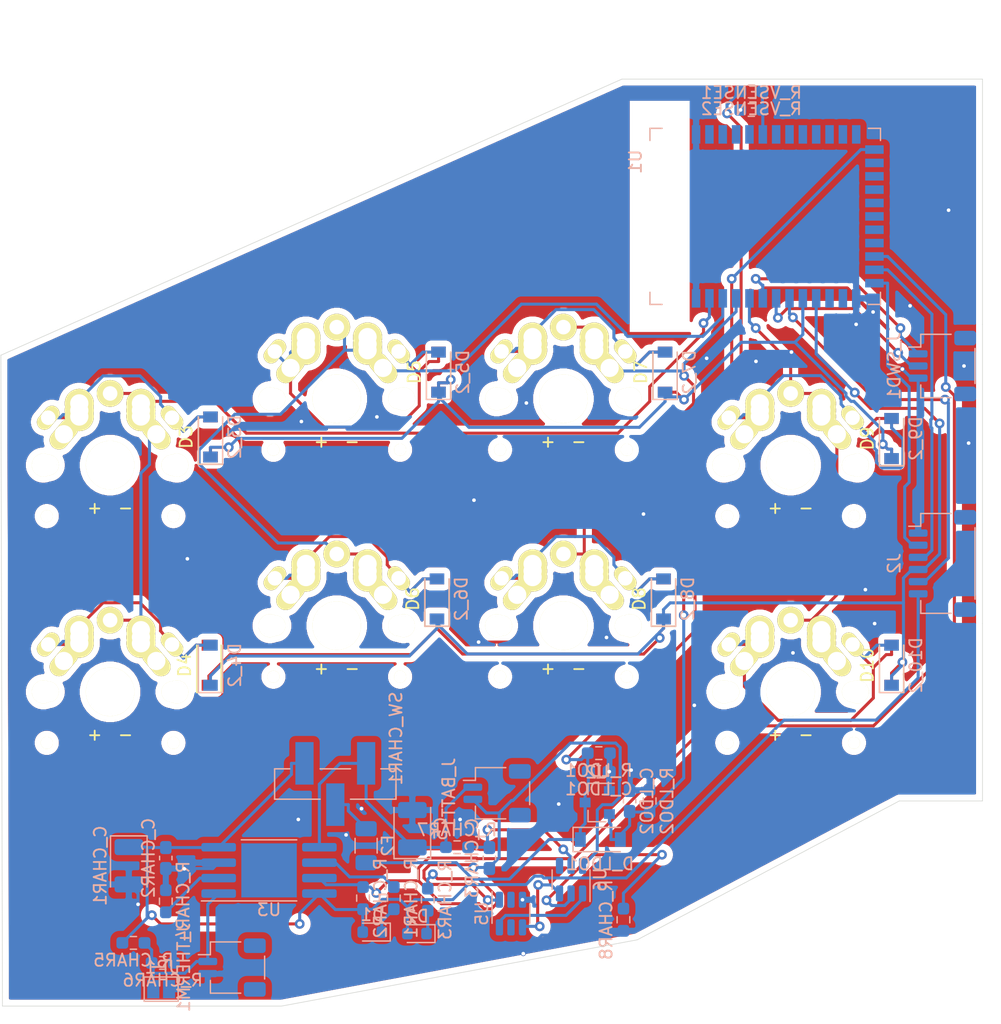
<source format=kicad_pcb>
(kicad_pcb (version 20171130) (host pcbnew 5.1.7)
  (layers (0 F.Cu signal) (31 B.Cu signal) (34 B.Paste user) (35 F.Paste user) (36 B.SilkS user) (37 F.SilkS user) (38 B.Mask user) (39 F.Mask user) (44 Edge.Cuts user))
  (net 0 "")
  (net 1 GND)
  (net 2 +5V)
  (net 3 +3V3)
  (net 4 "Net-(C5-Pad1)")
  (net 5 +5VA)
  (net 6 "Net-(C_CHAR3-Pad2)")
  (net 7 "Net-(C_CHAR3-Pad1)")
  (net 8 "Net-(D1-Pad1)")
  (net 9 "Net-(D2-Pad1)")
  (net 10 "Net-(D3-Pad2)")
  (net 11 ROW0)
  (net 12 "Net-(D4-Pad2)")
  (net 13 ROW1)
  (net 14 "Net-(D5-Pad2)")
  (net 15 "Net-(D6-Pad2)")
  (net 16 "Net-(D7-Pad2)")
  (net 17 "Net-(D8-Pad2)")
  (net 18 "Net-(D9-Pad2)")
  (net 19 "Net-(D10-Pad2)")
  (net 20 VOUT)
  (net 21 COL4)
  (net 22 D-)
  (net 23 D+)
  (net 24 "Net-(J_SWD1-Pad2)")
  (net 25 "Net-(J_SWD1-Pad1)")
  (net 26 "Net-(JP1-Pad2)")
  (net 27 "Net-(R_CHAR1-Pad2)")
  (net 28 VBUS)
  (net 29 "Net-(R_CHAR4-Pad1)")
  (net 30 "Net-(R_CHAR8-Pad1)")
  (net 31 "Net-(R_VSENSE1-Pad1)")
  (net 32 COL0)
  (net 33 COL1)
  (net 34 COL2)
  (net 35 COL3)
  (net 36 "Net-(U1-Pad27)")
  (net 37 "Net-(U1-Pad26)")
  (net 38 "Net-(U1-Pad21)")
  (net 39 "Net-(U1-Pad20)")
  (net 40 "Net-(U1-Pad19)")
  (net 41 "Net-(U1-Pad18)")
  (net 42 "Net-(U1-Pad17)")
  (net 43 "Net-(U1-Pad16)")
  (net 44 "Net-(U1-Pad15)")
  (net 45 "Net-(U1-Pad13)")
  (net 46 "Net-(U1-Pad12)")
  (net 47 "Net-(U1-Pad11)")
  (net 48 "Net-(U1-Pad10)")
  (net 49 "Net-(U1-Pad9)")
  (net 50 "Net-(U1-Pad8)")
  (net 51 "Net-(U1-Pad7)")
  (net 52 "Net-(U1-Pad5)")
  (net 53 "Net-(U1-Pad4)")
  (net 54 "Net-(U1-Pad3)")
  (net 55 "Net-(U1-Pad2)")
  (net 56 "Net-(U5-Pad5)")
  (net 57 "Net-(U5-Pad6)")
  (net 58 "Net-(U5-Pad4)")
  (net 59 "Net-(U5-Pad2)")
  (net 60 "Net-(U6-Pad4)")
  (module Diode_SMD:D_SOD-123 (layer F.Cu) (at 194.945 77.978 90)
    (fp_text reference D4 (at 0 -2 270) (layer F.SilkS))
    (fp_text value D_Small)
    (pad 1 smd rect (at -1.65 0 90) (size 0.9 1.2) (layers F.Cu F.Paste F.Mask) (net 13 ROW1))
    (pad 2 smd rect (at 1.65 0 90) (size 0.9 1.2) (layers F.Cu F.Paste F.Mask) (net 12 "Net-(D4-Pad2)"))
  )
  (module Diode_SMD:D_SOD-123 (layer F.Cu) (at 213.741 72.517 90)
    (fp_text reference D6 (at 0 -2 270) (layer F.SilkS))
    (fp_text value D_Small)
    (pad 1 smd rect (at -1.65 0 90) (size 0.9 1.2) (layers F.Cu F.Paste F.Mask) (net 13 ROW1))
    (pad 2 smd rect (at 1.65 0 90) (size 0.9 1.2) (layers F.Cu F.Paste F.Mask) (net 15 "Net-(D6-Pad2)"))
  )
  (module Diode_SMD:D_SOD-123 (layer B.Cu) (at 232.41 72.517 90)
    (fp_text reference D8_2 (at 0 2 90) (layer B.SilkS) (effects (justify mirror)))
    (fp_text value D_Small)
    (pad 1 smd rect (at -1.65 0 90) (size 0.9 1.2) (layers B.Cu B.Paste B.Mask) (net 13 ROW1))
    (pad 2 smd rect (at 1.65 0 90) (size 0.9 1.2) (layers B.Cu B.Paste B.Mask) (net 17 "Net-(D8-Pad2)"))
  )
  (module Diode_SMD:D_SOD-123 (layer F.Cu) (at 251.206 77.978 90)
    (fp_text reference D10 (at 0 -2 270) (layer F.SilkS))
    (fp_text value D_Small)
    (pad 1 smd rect (at -1.65 0 90) (size 0.9 1.2) (layers F.Cu F.Paste F.Mask) (net 13 ROW1))
    (pad 2 smd rect (at 1.65 0 90) (size 0.9 1.2) (layers F.Cu F.Paste F.Mask) (net 19 "Net-(D10-Pad2)"))
  )
  (module Diode_SMD:D_SOD-123 (layer F.Cu) (at 251.206 59.309 90)
    (fp_text reference D9 (at 0 -2 270) (layer F.SilkS))
    (fp_text value D_Small)
    (pad 1 smd rect (at -1.65 0 90) (size 0.9 1.2) (layers F.Cu F.Paste F.Mask) (net 11 ROW0))
    (pad 2 smd rect (at 1.65 0 90) (size 0.9 1.2) (layers F.Cu F.Paste F.Mask) (net 18 "Net-(D9-Pad2)"))
  )
  (module Diode_SMD:D_SOD-123 (layer F.Cu) (at 232.537 53.848 90)
    (fp_text reference D7 (at 0 -2 270) (layer F.SilkS))
    (fp_text value D_Small)
    (pad 1 smd rect (at -1.65 0 90) (size 0.9 1.2) (layers F.Cu F.Paste F.Mask) (net 11 ROW0))
    (pad 2 smd rect (at 1.65 0 90) (size 0.9 1.2) (layers F.Cu F.Paste F.Mask) (net 16 "Net-(D7-Pad2)"))
  )
  (module Diode_SMD:D_SOD-123 (layer F.Cu) (at 213.868 53.848 90)
    (fp_text reference D5 (at 0 -2 270) (layer F.SilkS))
    (fp_text value D_Small)
    (pad 1 smd rect (at -1.65 0 90) (size 0.9 1.2) (layers F.Cu F.Paste F.Mask) (net 11 ROW0))
    (pad 2 smd rect (at 1.65 0 90) (size 0.9 1.2) (layers F.Cu F.Paste F.Mask) (net 14 "Net-(D5-Pad2)"))
  )
  (module Diode_SMD:D_SOD-123 (layer F.Cu) (at 195.072 59.182 90)
    (fp_text reference D3 (at 0 -2 90) (layer F.SilkS))
    (fp_text value D_Small)
    (pad 1 smd rect (at -1.65 0 90) (size 0.9 1.2) (layers F.Cu F.Paste F.Mask) (net 11 ROW0))
    (pad 2 smd rect (at 1.65 0 90) (size 0.9 1.2) (layers F.Cu F.Paste F.Mask) (net 10 "Net-(D3-Pad2)"))
  )
  (module Resistor_SMD:R_0603_1608Metric_Pad0.98x0.95mm_HandSolder (layer B.Cu) (at 227.076 85.217)
    (fp_text reference R_LDO1 (at 0 1.43) (layer B.SilkS) (effects (justify mirror)))
    (fp_text value 100k)
    (pad 2 smd roundrect (at 0.9125 0) (size 0.975 0.95) (layers B.Cu B.Paste B.Mask) (net 1 GND))
    (pad 1 smd roundrect (at -0.9125 0) (size 0.975 0.95) (layers B.Cu B.Paste B.Mask) (net 2 +5V))
  )
  (module Capacitor_SMD:C_0603_1608Metric_Pad1.08x0.95mm_HandSolder (layer B.Cu) (at 229.616 89.154 90)
    (fp_text reference C_LDO2 (at 0 1.43 90) (layer B.SilkS) (effects (justify mirror)))
    (fp_text value 100n)
    (pad 2 smd roundrect (at 0.8625 0 90) (size 1.075 0.95) (layers B.Cu B.Paste B.Mask) (net 1 GND))
    (pad 1 smd roundrect (at -0.8625 0 90) (size 1.075 0.95) (layers B.Cu B.Paste B.Mask) (net 3 +3V3))
  )
  (module Capacitor_SMD:C_0603_1608Metric_Pad1.08x0.95mm_HandSolder (layer B.Cu) (at 227.076 86.741)
    (fp_text reference C_LDO1 (at 0 1.43) (layer B.SilkS) (effects (justify mirror)))
    (fp_text value 100n)
    (pad 2 smd roundrect (at 0.8625 0) (size 1.075 0.95) (layers B.Cu B.Paste B.Mask) (net 1 GND))
    (pad 1 smd roundrect (at -0.8625 0) (size 1.075 0.95) (layers B.Cu B.Paste B.Mask) (net 2 +5V))
  )
  (module Resistor_SMD:R_0603_1608Metric_Pad0.98x0.95mm_HandSolder (layer B.Cu) (at 231.267 89.154 90)
    (fp_text reference R_LDO2 (at 0 1.43 90) (layer B.SilkS) (effects (justify mirror)))
    (fp_text value 100k)
    (pad 2 smd roundrect (at 0.9125 0 90) (size 0.975 0.95) (layers B.Cu B.Paste B.Mask) (net 1 GND))
    (pad 1 smd roundrect (at -0.9125 0 90) (size 0.975 0.95) (layers B.Cu B.Paste B.Mask) (net 3 +3V3))
  )
  (module kicad-keyboard-parts-linux:nRF52840_holyiot_18010 (layer B.Cu) (at 240.792 41.021 270)
    (fp_text reference U1 (at -4.5 10.7 270) (layer B.SilkS) (effects (justify mirror)))
    (fp_text value nRF52840_holyiot_18010)
    (pad 37 smd rect (at 6.75 5.7 90) (size 1.524 0.7) (layers B.Cu B.Paste B.Mask) (net 1 GND))
    (pad 36 smd rect (at 6.75 4.6 90) (size 1.524 0.7) (layers B.Cu B.Paste B.Mask) (net 32 COL0))
    (pad 35 smd rect (at 6.75 3.5 90) (size 1.524 0.7) (layers B.Cu B.Paste B.Mask) (net 33 COL1))
    (pad 34 smd rect (at 6.75 2.4 90) (size 1.524 0.7) (layers B.Cu B.Paste B.Mask) (net 34 COL2))
    (pad 33 smd rect (at 6.75 1.3 90) (size 1.524 0.7) (layers B.Cu B.Paste B.Mask) (net 35 COL3))
    (pad 32 smd rect (at 6.75 0.2 90) (size 1.524 0.7) (layers B.Cu B.Paste B.Mask) (net 25 "Net-(J_SWD1-Pad1)"))
    (pad 31 smd rect (at 6.75 -0.9 90) (size 1.524 0.7) (layers B.Cu B.Paste B.Mask) (net 24 "Net-(J_SWD1-Pad2)"))
    (pad 30 smd rect (at 6.75 -2 90) (size 1.524 0.7) (layers B.Cu B.Paste B.Mask) (net 21 COL4))
    (pad 29 smd rect (at 6.75 -3.1 90) (size 1.524 0.7) (layers B.Cu B.Paste B.Mask) (net 11 ROW0))
    (pad 28 smd rect (at 6.75 -4.2 90) (size 1.524 0.7) (layers B.Cu B.Paste B.Mask) (net 13 ROW1))
    (pad 27 smd rect (at 6.75 -5.3 90) (size 1.524 0.7) (layers B.Cu B.Paste B.Mask) (net 36 "Net-(U1-Pad27)"))
    (pad 26 smd rect (at 6.75 -6.4 90) (size 1.524 0.7) (layers B.Cu B.Paste B.Mask) (net 37 "Net-(U1-Pad26)"))
    (pad 25 smd rect (at 6.75 -7.5 90) (size 1.524 0.7) (layers B.Cu B.Paste B.Mask) (net 1 GND))
    (pad 24 smd rect (at 5.5 -9 180) (size 1.524 0.7) (layers B.Cu B.Paste B.Mask) (net 23 D+))
    (pad 23 smd rect (at 4.4 -9 180) (size 1.524 0.7) (layers B.Cu B.Paste B.Mask) (net 22 D-))
    (pad 22 smd rect (at 3.3 -9 180) (size 1.524 0.7) (layers B.Cu B.Paste B.Mask) (net 28 VBUS))
    (pad 21 smd rect (at 2.2 -9 180) (size 1.524 0.7) (layers B.Cu B.Paste B.Mask) (net 38 "Net-(U1-Pad21)"))
    (pad 20 smd rect (at 1.1 -9 180) (size 1.524 0.7) (layers B.Cu B.Paste B.Mask) (net 39 "Net-(U1-Pad20)"))
    (pad 19 smd rect (at 0 -9 180) (size 1.524 0.7) (layers B.Cu B.Paste B.Mask) (net 40 "Net-(U1-Pad19)"))
    (pad 18 smd rect (at -1.1 -9 180) (size 1.524 0.7) (layers B.Cu B.Paste B.Mask) (net 41 "Net-(U1-Pad18)"))
    (pad 17 smd rect (at -2.2 -9 180) (size 1.524 0.7) (layers B.Cu B.Paste B.Mask) (net 42 "Net-(U1-Pad17)"))
    (pad 16 smd rect (at -3.3 -9 180) (size 1.524 0.7) (layers B.Cu B.Paste B.Mask) (net 43 "Net-(U1-Pad16)"))
    (pad 15 smd rect (at -4.4 -9 180) (size 1.524 0.7) (layers B.Cu B.Paste B.Mask) (net 44 "Net-(U1-Pad15)"))
    (pad 14 smd rect (at -5.5 -9 180) (size 1.524 0.7) (layers B.Cu B.Paste B.Mask) (net 3 +3V3))
    (pad 13 smd rect (at -6.75 -7.5 270) (size 1.524 0.7) (layers B.Cu B.Paste B.Mask) (net 45 "Net-(U1-Pad13)"))
    (pad 12 smd rect (at -6.75 -6.4 270) (size 1.524 0.7) (layers B.Cu B.Paste B.Mask) (net 46 "Net-(U1-Pad12)"))
    (pad 11 smd rect (at -6.75 -5.3 270) (size 1.524 0.7) (layers B.Cu B.Paste B.Mask) (net 47 "Net-(U1-Pad11)"))
    (pad 10 smd rect (at -6.75 -4.2 270) (size 1.524 0.7) (layers B.Cu B.Paste B.Mask) (net 48 "Net-(U1-Pad10)"))
    (pad 9 smd rect (at -6.75 -3.1 270) (size 1.524 0.7) (layers B.Cu B.Paste B.Mask) (net 49 "Net-(U1-Pad9)"))
    (pad 8 smd rect (at -6.75 -2 270) (size 1.524 0.7) (layers B.Cu B.Paste B.Mask) (net 50 "Net-(U1-Pad8)"))
    (pad 7 smd rect (at -6.75 -0.9 270) (size 1.524 0.7) (layers B.Cu B.Paste B.Mask) (net 51 "Net-(U1-Pad7)"))
    (pad 6 smd rect (at -6.75 0.2 270) (size 1.524 0.7) (layers B.Cu B.Paste B.Mask) (net 31 "Net-(R_VSENSE1-Pad1)"))
    (pad 5 smd rect (at -6.75 1.3 270) (size 1.524 0.7) (layers B.Cu B.Paste B.Mask) (net 52 "Net-(U1-Pad5)"))
    (pad 4 smd rect (at -6.75 2.4 270) (size 1.524 0.7) (layers B.Cu B.Paste B.Mask) (net 53 "Net-(U1-Pad4)"))
    (pad 3 smd rect (at -6.75 3.5 270) (size 1.524 0.7) (layers B.Cu B.Paste B.Mask) (net 54 "Net-(U1-Pad3)"))
    (pad 2 smd rect (at -6.75 4.6 270) (size 1.524 0.7) (layers B.Cu B.Paste B.Mask) (net 55 "Net-(U1-Pad2)"))
    (pad 1 smd rect (at -6.75 5.7 270) (size 1.524 0.7) (layers B.Cu B.Paste B.Mask) (net 1 GND))
  )
  (module kbd:MX_ALPS_PG1350_noLed (layer F.Cu) (at 242.888 80.1688)
    (fp_text reference SW8)
    (fp_text value SW_Push)
    (fp_text user + (at -1.27 3.5) (layer F.SilkS))
    (fp_text user - (at 1.27 3.5) (layer F.SilkS))
    (pad "" np_thru_hole circle (at -5.22 4.2) (size 1 1) (drill 1) (layers *.Cu *.Mask F.SilkS))
    (pad "" np_thru_hole circle (at 5.22 4.2) (size 1 1) (drill 1) (layers *.Cu *.Mask F.SilkS))
    (pad "" np_thru_hole circle (at -5.08 0) (size 1.7 1.7) (drill 1.7) (layers *.Cu *.Mask F.SilkS))
    (pad "" np_thru_hole circle (at 5.08 0) (size 1.7 1.7) (drill 1.7) (layers *.Cu *.Mask F.SilkS))
    (pad 1 thru_hole circle (at -2.54 -4.5) (size 2.4 2.4) (drill 1.5) (layers *.Cu *.Mask F.SilkS) (net 19 "Net-(D10-Pad2)"))
    (pad 1 thru_hole circle (at -2.54 -4) (size 2.4 2.4) (drill 1.5) (layers *.Cu *.Mask F.SilkS) (net 19 "Net-(D10-Pad2)"))
    (pad 2 thru_hole circle (at 2.54 -4) (size 2.4 2.4) (drill 1.5) (layers *.Cu *.Mask F.SilkS) (net 35 COL3))
    (pad 2 thru_hole circle (at 2.54 -4.5) (size 2.4 2.4) (drill 1.5) (layers *.Cu *.Mask F.SilkS) (net 35 COL3))
    (pad 2 thru_hole oval (at 3.81 -2.54 310) (size 2.8 1.55) (drill 1.5) (layers *.Cu *.Mask F.SilkS) (net 35 COL3))
    (pad 1 thru_hole circle (at -2.54 -5.08) (size 2.4 2.4) (drill 1.5) (layers *.Cu *.Mask F.SilkS) (net 19 "Net-(D10-Pad2)"))
    (pad 1 thru_hole oval (at -3.81 -2.54 50) (size 2.8 1.55) (drill 1.5) (layers *.Cu *.Mask F.SilkS) (net 19 "Net-(D10-Pad2)"))
    (pad 2 thru_hole circle (at 2.54 -5.08) (size 2.4 2.4) (drill 1.5) (layers *.Cu *.Mask F.SilkS) (net 35 COL3))
    (pad 2 thru_hole circle (at 0 -5.9 90) (size 2.2 2.2) (drill 1.2) (layers *.Cu *.Mask F.SilkS) (net 35 COL3))
    (pad 1 thru_hole oval (at -5.1 -3.9 50) (size 2.2 1.25) (drill 1.2) (layers *.Cu *.Mask F.SilkS) (net 19 "Net-(D10-Pad2)"))
    (pad "" np_thru_hole circle (at 5.5 0 90) (size 1.9 1.9) (drill 1.9) (layers *.Cu *.Mask F.SilkS))
    (pad "" np_thru_hole circle (at -5.5 0 90) (size 1.9 1.9) (drill 1.9) (layers *.Cu *.Mask F.SilkS))
    (pad "" np_thru_hole circle (at 0 0 90) (size 4 4) (drill 4) (layers *.Cu *.Mask F.SilkS))
    (pad 1 thru_hole oval (at 5.1 -3.9 310) (size 2.2 1.25) (drill 1.2) (layers *.Cu *.Mask F.SilkS) (net 19 "Net-(D10-Pad2)"))
  )
  (module kbd:MX_ALPS_PG1350_noLed (layer F.Cu) (at 242.888 61.5)
    (fp_text reference SW7)
    (fp_text value SW_Push)
    (fp_text user + (at -1.27 3.5) (layer F.SilkS))
    (fp_text user - (at 1.27 3.5) (layer F.SilkS))
    (pad "" np_thru_hole circle (at -5.22 4.2) (size 1 1) (drill 1) (layers *.Cu *.Mask F.SilkS))
    (pad "" np_thru_hole circle (at 5.22 4.2) (size 1 1) (drill 1) (layers *.Cu *.Mask F.SilkS))
    (pad "" np_thru_hole circle (at -5.08 0) (size 1.7 1.7) (drill 1.7) (layers *.Cu *.Mask F.SilkS))
    (pad "" np_thru_hole circle (at 5.08 0) (size 1.7 1.7) (drill 1.7) (layers *.Cu *.Mask F.SilkS))
    (pad 1 thru_hole circle (at -2.54 -4.5) (size 2.4 2.4) (drill 1.5) (layers *.Cu *.Mask F.SilkS) (net 18 "Net-(D9-Pad2)"))
    (pad 1 thru_hole circle (at -2.54 -4) (size 2.4 2.4) (drill 1.5) (layers *.Cu *.Mask F.SilkS) (net 18 "Net-(D9-Pad2)"))
    (pad 2 thru_hole circle (at 2.54 -4) (size 2.4 2.4) (drill 1.5) (layers *.Cu *.Mask F.SilkS) (net 35 COL3))
    (pad 2 thru_hole circle (at 2.54 -4.5) (size 2.4 2.4) (drill 1.5) (layers *.Cu *.Mask F.SilkS) (net 35 COL3))
    (pad 2 thru_hole oval (at 3.81 -2.54 310) (size 2.8 1.55) (drill 1.5) (layers *.Cu *.Mask F.SilkS) (net 35 COL3))
    (pad 1 thru_hole circle (at -2.54 -5.08) (size 2.4 2.4) (drill 1.5) (layers *.Cu *.Mask F.SilkS) (net 18 "Net-(D9-Pad2)"))
    (pad 1 thru_hole oval (at -3.81 -2.54 50) (size 2.8 1.55) (drill 1.5) (layers *.Cu *.Mask F.SilkS) (net 18 "Net-(D9-Pad2)"))
    (pad 2 thru_hole circle (at 2.54 -5.08) (size 2.4 2.4) (drill 1.5) (layers *.Cu *.Mask F.SilkS) (net 35 COL3))
    (pad 2 thru_hole circle (at 0 -5.9 90) (size 2.2 2.2) (drill 1.2) (layers *.Cu *.Mask F.SilkS) (net 35 COL3))
    (pad 1 thru_hole oval (at -5.1 -3.9 50) (size 2.2 1.25) (drill 1.2) (layers *.Cu *.Mask F.SilkS) (net 18 "Net-(D9-Pad2)"))
    (pad "" np_thru_hole circle (at 5.5 0 90) (size 1.9 1.9) (drill 1.9) (layers *.Cu *.Mask F.SilkS))
    (pad "" np_thru_hole circle (at -5.5 0 90) (size 1.9 1.9) (drill 1.9) (layers *.Cu *.Mask F.SilkS))
    (pad "" np_thru_hole circle (at 0 0 90) (size 4 4) (drill 4) (layers *.Cu *.Mask F.SilkS))
    (pad 1 thru_hole oval (at 5.1 -3.9 310) (size 2.2 1.25) (drill 1.2) (layers *.Cu *.Mask F.SilkS) (net 18 "Net-(D9-Pad2)"))
  )
  (module kbd:MX_ALPS_PG1350_noLed (layer F.Cu) (at 224.16 74.72)
    (fp_text reference SW6)
    (fp_text value SW_Push)
    (fp_text user + (at -1.27 3.5) (layer F.SilkS))
    (fp_text user - (at 1.27 3.5) (layer F.SilkS))
    (pad "" np_thru_hole circle (at -5.22 4.2) (size 1 1) (drill 1) (layers *.Cu *.Mask F.SilkS))
    (pad "" np_thru_hole circle (at 5.22 4.2) (size 1 1) (drill 1) (layers *.Cu *.Mask F.SilkS))
    (pad "" np_thru_hole circle (at -5.08 0) (size 1.7 1.7) (drill 1.7) (layers *.Cu *.Mask F.SilkS))
    (pad "" np_thru_hole circle (at 5.08 0) (size 1.7 1.7) (drill 1.7) (layers *.Cu *.Mask F.SilkS))
    (pad 1 thru_hole circle (at -2.54 -4.5) (size 2.4 2.4) (drill 1.5) (layers *.Cu *.Mask F.SilkS) (net 17 "Net-(D8-Pad2)"))
    (pad 1 thru_hole circle (at -2.54 -4) (size 2.4 2.4) (drill 1.5) (layers *.Cu *.Mask F.SilkS) (net 17 "Net-(D8-Pad2)"))
    (pad 2 thru_hole circle (at 2.54 -4) (size 2.4 2.4) (drill 1.5) (layers *.Cu *.Mask F.SilkS) (net 34 COL2))
    (pad 2 thru_hole circle (at 2.54 -4.5) (size 2.4 2.4) (drill 1.5) (layers *.Cu *.Mask F.SilkS) (net 34 COL2))
    (pad 2 thru_hole oval (at 3.81 -2.54 310) (size 2.8 1.55) (drill 1.5) (layers *.Cu *.Mask F.SilkS) (net 34 COL2))
    (pad 1 thru_hole circle (at -2.54 -5.08) (size 2.4 2.4) (drill 1.5) (layers *.Cu *.Mask F.SilkS) (net 17 "Net-(D8-Pad2)"))
    (pad 1 thru_hole oval (at -3.81 -2.54 50) (size 2.8 1.55) (drill 1.5) (layers *.Cu *.Mask F.SilkS) (net 17 "Net-(D8-Pad2)"))
    (pad 2 thru_hole circle (at 2.54 -5.08) (size 2.4 2.4) (drill 1.5) (layers *.Cu *.Mask F.SilkS) (net 34 COL2))
    (pad 2 thru_hole circle (at 0 -5.9 90) (size 2.2 2.2) (drill 1.2) (layers *.Cu *.Mask F.SilkS) (net 34 COL2))
    (pad 1 thru_hole oval (at -5.1 -3.9 50) (size 2.2 1.25) (drill 1.2) (layers *.Cu *.Mask F.SilkS) (net 17 "Net-(D8-Pad2)"))
    (pad "" np_thru_hole circle (at 5.5 0 90) (size 1.9 1.9) (drill 1.9) (layers *.Cu *.Mask F.SilkS))
    (pad "" np_thru_hole circle (at -5.5 0 90) (size 1.9 1.9) (drill 1.9) (layers *.Cu *.Mask F.SilkS))
    (pad "" np_thru_hole circle (at 0 0 90) (size 4 4) (drill 4) (layers *.Cu *.Mask F.SilkS))
    (pad 1 thru_hole oval (at 5.1 -3.9 310) (size 2.2 1.25) (drill 1.2) (layers *.Cu *.Mask F.SilkS) (net 17 "Net-(D8-Pad2)"))
  )
  (module kbd:MX_ALPS_PG1350_noLed (layer F.Cu) (at 224.16 56.04)
    (fp_text reference SW5)
    (fp_text value SW_Push)
    (fp_text user + (at -1.27 3.5) (layer F.SilkS))
    (fp_text user - (at 1.27 3.5) (layer F.SilkS))
    (pad "" np_thru_hole circle (at -5.22 4.2) (size 1 1) (drill 1) (layers *.Cu *.Mask F.SilkS))
    (pad "" np_thru_hole circle (at 5.22 4.2) (size 1 1) (drill 1) (layers *.Cu *.Mask F.SilkS))
    (pad "" np_thru_hole circle (at -5.08 0) (size 1.7 1.7) (drill 1.7) (layers *.Cu *.Mask F.SilkS))
    (pad "" np_thru_hole circle (at 5.08 0) (size 1.7 1.7) (drill 1.7) (layers *.Cu *.Mask F.SilkS))
    (pad 1 thru_hole circle (at -2.54 -4.5) (size 2.4 2.4) (drill 1.5) (layers *.Cu *.Mask F.SilkS) (net 16 "Net-(D7-Pad2)"))
    (pad 1 thru_hole circle (at -2.54 -4) (size 2.4 2.4) (drill 1.5) (layers *.Cu *.Mask F.SilkS) (net 16 "Net-(D7-Pad2)"))
    (pad 2 thru_hole circle (at 2.54 -4) (size 2.4 2.4) (drill 1.5) (layers *.Cu *.Mask F.SilkS) (net 34 COL2))
    (pad 2 thru_hole circle (at 2.54 -4.5) (size 2.4 2.4) (drill 1.5) (layers *.Cu *.Mask F.SilkS) (net 34 COL2))
    (pad 2 thru_hole oval (at 3.81 -2.54 310) (size 2.8 1.55) (drill 1.5) (layers *.Cu *.Mask F.SilkS) (net 34 COL2))
    (pad 1 thru_hole circle (at -2.54 -5.08) (size 2.4 2.4) (drill 1.5) (layers *.Cu *.Mask F.SilkS) (net 16 "Net-(D7-Pad2)"))
    (pad 1 thru_hole oval (at -3.81 -2.54 50) (size 2.8 1.55) (drill 1.5) (layers *.Cu *.Mask F.SilkS) (net 16 "Net-(D7-Pad2)"))
    (pad 2 thru_hole circle (at 2.54 -5.08) (size 2.4 2.4) (drill 1.5) (layers *.Cu *.Mask F.SilkS) (net 34 COL2))
    (pad 2 thru_hole circle (at 0 -5.9 90) (size 2.2 2.2) (drill 1.2) (layers *.Cu *.Mask F.SilkS) (net 34 COL2))
    (pad 1 thru_hole oval (at -5.1 -3.9 50) (size 2.2 1.25) (drill 1.2) (layers *.Cu *.Mask F.SilkS) (net 16 "Net-(D7-Pad2)"))
    (pad "" np_thru_hole circle (at 5.5 0 90) (size 1.9 1.9) (drill 1.9) (layers *.Cu *.Mask F.SilkS))
    (pad "" np_thru_hole circle (at -5.5 0 90) (size 1.9 1.9) (drill 1.9) (layers *.Cu *.Mask F.SilkS))
    (pad "" np_thru_hole circle (at 0 0 90) (size 4 4) (drill 4) (layers *.Cu *.Mask F.SilkS))
    (pad 1 thru_hole oval (at 5.1 -3.9 310) (size 2.2 1.25) (drill 1.2) (layers *.Cu *.Mask F.SilkS) (net 16 "Net-(D7-Pad2)"))
  )
  (module kbd:MX_ALPS_PG1350_noLed (layer F.Cu) (at 205.48 74.72)
    (fp_text reference SW4)
    (fp_text value SW_Push)
    (fp_text user + (at -1.27 3.5) (layer F.SilkS))
    (fp_text user - (at 1.27 3.5) (layer F.SilkS))
    (pad "" np_thru_hole circle (at -5.22 4.2) (size 1 1) (drill 1) (layers *.Cu *.Mask F.SilkS))
    (pad "" np_thru_hole circle (at 5.22 4.2) (size 1 1) (drill 1) (layers *.Cu *.Mask F.SilkS))
    (pad "" np_thru_hole circle (at -5.08 0) (size 1.7 1.7) (drill 1.7) (layers *.Cu *.Mask F.SilkS))
    (pad "" np_thru_hole circle (at 5.08 0) (size 1.7 1.7) (drill 1.7) (layers *.Cu *.Mask F.SilkS))
    (pad 1 thru_hole circle (at -2.54 -4.5) (size 2.4 2.4) (drill 1.5) (layers *.Cu *.Mask F.SilkS) (net 15 "Net-(D6-Pad2)"))
    (pad 1 thru_hole circle (at -2.54 -4) (size 2.4 2.4) (drill 1.5) (layers *.Cu *.Mask F.SilkS) (net 15 "Net-(D6-Pad2)"))
    (pad 2 thru_hole circle (at 2.54 -4) (size 2.4 2.4) (drill 1.5) (layers *.Cu *.Mask F.SilkS) (net 33 COL1))
    (pad 2 thru_hole circle (at 2.54 -4.5) (size 2.4 2.4) (drill 1.5) (layers *.Cu *.Mask F.SilkS) (net 33 COL1))
    (pad 2 thru_hole oval (at 3.81 -2.54 310) (size 2.8 1.55) (drill 1.5) (layers *.Cu *.Mask F.SilkS) (net 33 COL1))
    (pad 1 thru_hole circle (at -2.54 -5.08) (size 2.4 2.4) (drill 1.5) (layers *.Cu *.Mask F.SilkS) (net 15 "Net-(D6-Pad2)"))
    (pad 1 thru_hole oval (at -3.81 -2.54 50) (size 2.8 1.55) (drill 1.5) (layers *.Cu *.Mask F.SilkS) (net 15 "Net-(D6-Pad2)"))
    (pad 2 thru_hole circle (at 2.54 -5.08) (size 2.4 2.4) (drill 1.5) (layers *.Cu *.Mask F.SilkS) (net 33 COL1))
    (pad 2 thru_hole circle (at 0 -5.9 90) (size 2.2 2.2) (drill 1.2) (layers *.Cu *.Mask F.SilkS) (net 33 COL1))
    (pad 1 thru_hole oval (at -5.1 -3.9 50) (size 2.2 1.25) (drill 1.2) (layers *.Cu *.Mask F.SilkS) (net 15 "Net-(D6-Pad2)"))
    (pad "" np_thru_hole circle (at 5.5 0 90) (size 1.9 1.9) (drill 1.9) (layers *.Cu *.Mask F.SilkS))
    (pad "" np_thru_hole circle (at -5.5 0 90) (size 1.9 1.9) (drill 1.9) (layers *.Cu *.Mask F.SilkS))
    (pad "" np_thru_hole circle (at 0 0 90) (size 4 4) (drill 4) (layers *.Cu *.Mask F.SilkS))
    (pad 1 thru_hole oval (at 5.1 -3.9 310) (size 2.2 1.25) (drill 1.2) (layers *.Cu *.Mask F.SilkS) (net 15 "Net-(D6-Pad2)"))
  )
  (module kbd:MX_ALPS_PG1350_noLed (layer F.Cu) (at 205.48 56.04)
    (fp_text reference SW3)
    (fp_text value SW_Push)
    (fp_text user + (at -1.27 3.5) (layer F.SilkS))
    (fp_text user - (at 1.27 3.5) (layer F.SilkS))
    (pad "" np_thru_hole circle (at -5.22 4.2) (size 1 1) (drill 1) (layers *.Cu *.Mask F.SilkS))
    (pad "" np_thru_hole circle (at 5.22 4.2) (size 1 1) (drill 1) (layers *.Cu *.Mask F.SilkS))
    (pad "" np_thru_hole circle (at -5.08 0) (size 1.7 1.7) (drill 1.7) (layers *.Cu *.Mask F.SilkS))
    (pad "" np_thru_hole circle (at 5.08 0) (size 1.7 1.7) (drill 1.7) (layers *.Cu *.Mask F.SilkS))
    (pad 1 thru_hole circle (at -2.54 -4.5) (size 2.4 2.4) (drill 1.5) (layers *.Cu *.Mask F.SilkS) (net 14 "Net-(D5-Pad2)"))
    (pad 1 thru_hole circle (at -2.54 -4) (size 2.4 2.4) (drill 1.5) (layers *.Cu *.Mask F.SilkS) (net 14 "Net-(D5-Pad2)"))
    (pad 2 thru_hole circle (at 2.54 -4) (size 2.4 2.4) (drill 1.5) (layers *.Cu *.Mask F.SilkS) (net 33 COL1))
    (pad 2 thru_hole circle (at 2.54 -4.5) (size 2.4 2.4) (drill 1.5) (layers *.Cu *.Mask F.SilkS) (net 33 COL1))
    (pad 2 thru_hole oval (at 3.81 -2.54 310) (size 2.8 1.55) (drill 1.5) (layers *.Cu *.Mask F.SilkS) (net 33 COL1))
    (pad 1 thru_hole circle (at -2.54 -5.08) (size 2.4 2.4) (drill 1.5) (layers *.Cu *.Mask F.SilkS) (net 14 "Net-(D5-Pad2)"))
    (pad 1 thru_hole oval (at -3.81 -2.54 50) (size 2.8 1.55) (drill 1.5) (layers *.Cu *.Mask F.SilkS) (net 14 "Net-(D5-Pad2)"))
    (pad 2 thru_hole circle (at 2.54 -5.08) (size 2.4 2.4) (drill 1.5) (layers *.Cu *.Mask F.SilkS) (net 33 COL1))
    (pad 2 thru_hole circle (at 0 -5.9 90) (size 2.2 2.2) (drill 1.2) (layers *.Cu *.Mask F.SilkS) (net 33 COL1))
    (pad 1 thru_hole oval (at -5.1 -3.9 50) (size 2.2 1.25) (drill 1.2) (layers *.Cu *.Mask F.SilkS) (net 14 "Net-(D5-Pad2)"))
    (pad "" np_thru_hole circle (at 5.5 0 90) (size 1.9 1.9) (drill 1.9) (layers *.Cu *.Mask F.SilkS))
    (pad "" np_thru_hole circle (at -5.5 0 90) (size 1.9 1.9) (drill 1.9) (layers *.Cu *.Mask F.SilkS))
    (pad "" np_thru_hole circle (at 0 0 90) (size 4 4) (drill 4) (layers *.Cu *.Mask F.SilkS))
    (pad 1 thru_hole oval (at 5.1 -3.9 310) (size 2.2 1.25) (drill 1.2) (layers *.Cu *.Mask F.SilkS) (net 14 "Net-(D5-Pad2)"))
  )
  (module kbd:MX_ALPS_PG1350_noLed (layer F.Cu) (at 186.8 80.1688)
    (fp_text reference SW2)
    (fp_text value SW_Push)
    (fp_text user + (at -1.27 3.5) (layer F.SilkS))
    (fp_text user - (at 1.27 3.5) (layer F.SilkS))
    (pad "" np_thru_hole circle (at -5.22 4.2) (size 1 1) (drill 1) (layers *.Cu *.Mask F.SilkS))
    (pad "" np_thru_hole circle (at 5.22 4.2) (size 1 1) (drill 1) (layers *.Cu *.Mask F.SilkS))
    (pad "" np_thru_hole circle (at -5.08 0) (size 1.7 1.7) (drill 1.7) (layers *.Cu *.Mask F.SilkS))
    (pad "" np_thru_hole circle (at 5.08 0) (size 1.7 1.7) (drill 1.7) (layers *.Cu *.Mask F.SilkS))
    (pad 1 thru_hole circle (at -2.54 -4.5) (size 2.4 2.4) (drill 1.5) (layers *.Cu *.Mask F.SilkS) (net 12 "Net-(D4-Pad2)"))
    (pad 1 thru_hole circle (at -2.54 -4) (size 2.4 2.4) (drill 1.5) (layers *.Cu *.Mask F.SilkS) (net 12 "Net-(D4-Pad2)"))
    (pad 2 thru_hole circle (at 2.54 -4) (size 2.4 2.4) (drill 1.5) (layers *.Cu *.Mask F.SilkS) (net 32 COL0))
    (pad 2 thru_hole circle (at 2.54 -4.5) (size 2.4 2.4) (drill 1.5) (layers *.Cu *.Mask F.SilkS) (net 32 COL0))
    (pad 2 thru_hole oval (at 3.81 -2.54 310) (size 2.8 1.55) (drill 1.5) (layers *.Cu *.Mask F.SilkS) (net 32 COL0))
    (pad 1 thru_hole circle (at -2.54 -5.08) (size 2.4 2.4) (drill 1.5) (layers *.Cu *.Mask F.SilkS) (net 12 "Net-(D4-Pad2)"))
    (pad 1 thru_hole oval (at -3.81 -2.54 50) (size 2.8 1.55) (drill 1.5) (layers *.Cu *.Mask F.SilkS) (net 12 "Net-(D4-Pad2)"))
    (pad 2 thru_hole circle (at 2.54 -5.08) (size 2.4 2.4) (drill 1.5) (layers *.Cu *.Mask F.SilkS) (net 32 COL0))
    (pad 2 thru_hole circle (at 0 -5.9 90) (size 2.2 2.2) (drill 1.2) (layers *.Cu *.Mask F.SilkS) (net 32 COL0))
    (pad 1 thru_hole oval (at -5.1 -3.9 50) (size 2.2 1.25) (drill 1.2) (layers *.Cu *.Mask F.SilkS) (net 12 "Net-(D4-Pad2)"))
    (pad "" np_thru_hole circle (at 5.5 0 90) (size 1.9 1.9) (drill 1.9) (layers *.Cu *.Mask F.SilkS))
    (pad "" np_thru_hole circle (at -5.5 0 90) (size 1.9 1.9) (drill 1.9) (layers *.Cu *.Mask F.SilkS))
    (pad "" np_thru_hole circle (at 0 0 90) (size 4 4) (drill 4) (layers *.Cu *.Mask F.SilkS))
    (pad 1 thru_hole oval (at 5.1 -3.9 310) (size 2.2 1.25) (drill 1.2) (layers *.Cu *.Mask F.SilkS) (net 12 "Net-(D4-Pad2)"))
  )
  (module kbd:MX_ALPS_PG1350_noLed (layer F.Cu) (at 186.8 61.5)
    (fp_text reference SW1)
    (fp_text value SW_Push)
    (fp_text user + (at -1.27 3.5) (layer F.SilkS))
    (fp_text user - (at 1.27 3.5) (layer F.SilkS))
    (pad "" np_thru_hole circle (at -5.22 4.2) (size 1 1) (drill 1) (layers *.Cu *.Mask F.SilkS))
    (pad "" np_thru_hole circle (at 5.22 4.2) (size 1 1) (drill 1) (layers *.Cu *.Mask F.SilkS))
    (pad "" np_thru_hole circle (at -5.08 0) (size 1.7 1.7) (drill 1.7) (layers *.Cu *.Mask F.SilkS))
    (pad "" np_thru_hole circle (at 5.08 0) (size 1.7 1.7) (drill 1.7) (layers *.Cu *.Mask F.SilkS))
    (pad 1 thru_hole circle (at -2.54 -4.5) (size 2.4 2.4) (drill 1.5) (layers *.Cu *.Mask F.SilkS) (net 10 "Net-(D3-Pad2)"))
    (pad 1 thru_hole circle (at -2.54 -4) (size 2.4 2.4) (drill 1.5) (layers *.Cu *.Mask F.SilkS) (net 10 "Net-(D3-Pad2)"))
    (pad 2 thru_hole circle (at 2.54 -4) (size 2.4 2.4) (drill 1.5) (layers *.Cu *.Mask F.SilkS) (net 32 COL0))
    (pad 2 thru_hole circle (at 2.54 -4.5) (size 2.4 2.4) (drill 1.5) (layers *.Cu *.Mask F.SilkS) (net 32 COL0))
    (pad 2 thru_hole oval (at 3.81 -2.54 310) (size 2.8 1.55) (drill 1.5) (layers *.Cu *.Mask F.SilkS) (net 32 COL0))
    (pad 1 thru_hole circle (at -2.54 -5.08) (size 2.4 2.4) (drill 1.5) (layers *.Cu *.Mask F.SilkS) (net 10 "Net-(D3-Pad2)"))
    (pad 1 thru_hole oval (at -3.81 -2.54 50) (size 2.8 1.55) (drill 1.5) (layers *.Cu *.Mask F.SilkS) (net 10 "Net-(D3-Pad2)"))
    (pad 2 thru_hole circle (at 2.54 -5.08) (size 2.4 2.4) (drill 1.5) (layers *.Cu *.Mask F.SilkS) (net 32 COL0))
    (pad 2 thru_hole circle (at 0 -5.9 90) (size 2.2 2.2) (drill 1.2) (layers *.Cu *.Mask F.SilkS) (net 32 COL0))
    (pad 1 thru_hole oval (at -5.1 -3.9 50) (size 2.2 1.25) (drill 1.2) (layers *.Cu *.Mask F.SilkS) (net 10 "Net-(D3-Pad2)"))
    (pad "" np_thru_hole circle (at 5.5 0 90) (size 1.9 1.9) (drill 1.9) (layers *.Cu *.Mask F.SilkS))
    (pad "" np_thru_hole circle (at -5.5 0 90) (size 1.9 1.9) (drill 1.9) (layers *.Cu *.Mask F.SilkS))
    (pad "" np_thru_hole circle (at 0 0 90) (size 4 4) (drill 4) (layers *.Cu *.Mask F.SilkS))
    (pad 1 thru_hole oval (at 5.1 -3.9 310) (size 2.2 1.25) (drill 1.2) (layers *.Cu *.Mask F.SilkS) (net 10 "Net-(D3-Pad2)"))
  )
  (module kicad-keyboard-parts-linux:ESP3020 (layer B.Cu) (at 205.359 87.757 90)
    (fp_text reference SW_CHAR1 (at 3.75 5 90) (layer B.SilkS) (effects (justify mirror)))
    (fp_text value SW_SPDT)
    (pad 3 smd rect (at 1.7 -2.54 90) (size 3.5 1.5) (layers B.Cu B.Paste B.Mask) (net 5 +5VA))
    (pad 2 smd rect (at -1.7 0 90) (size 3.5 1.5) (layers B.Cu B.Paste B.Mask) (net 20 VOUT))
    (pad 1 smd rect (at 1.7 2.54 90) (size 3.5 1.5) (layers B.Cu B.Paste B.Mask) (net 4 "Net-(C5-Pad1)"))
  )
  (module Package_TO_SOT_SMD:SOT-23-6 (layer B.Cu) (at 224.79 95.631 90)
    (fp_text reference U6 (at 0 2.4 90) (layer B.SilkS) (effects (justify mirror)))
    (fp_text value DW01A)
    (pad 6 smd roundrect (at 1.1375 0.95 90) (size 1.325 0.6) (layers B.Cu B.Paste B.Mask) (net 6 "Net-(C_CHAR3-Pad2)"))
    (pad 5 smd roundrect (at 1.1375 0 90) (size 1.325 0.6) (layers B.Cu B.Paste B.Mask) (net 7 "Net-(C_CHAR3-Pad1)"))
    (pad 4 smd roundrect (at 1.1375 -0.95 90) (size 1.325 0.6) (layers B.Cu B.Paste B.Mask) (net 60 "Net-(U6-Pad4)"))
    (pad 3 smd roundrect (at -1.1375 -0.95 90) (size 1.325 0.6) (layers B.Cu B.Paste B.Mask) (net 58 "Net-(U5-Pad4)"))
    (pad 2 smd roundrect (at -1.1375 0 90) (size 1.325 0.6) (layers B.Cu B.Paste B.Mask) (net 30 "Net-(R_CHAR8-Pad1)"))
    (pad 1 smd roundrect (at -1.1375 0.95 90) (size 1.325 0.6) (layers B.Cu B.Paste B.Mask) (net 57 "Net-(U5-Pad6)"))
  )
  (module Package_TO_SOT_SMD:SOT-23-6 (layer B.Cu) (at 219.837 98.425 270)
    (fp_text reference U5 (at 0 2.4 90) (layer B.SilkS) (effects (justify mirror)))
    (fp_text value FS8205)
    (pad 6 smd roundrect (at 1.1375 0.95 270) (size 1.325 0.6) (layers B.Cu B.Paste B.Mask) (net 57 "Net-(U5-Pad6)"))
    (pad 5 smd roundrect (at 1.1375 0 270) (size 1.325 0.6) (layers B.Cu B.Paste B.Mask) (net 56 "Net-(U5-Pad5)"))
    (pad 4 smd roundrect (at 1.1375 -0.95 270) (size 1.325 0.6) (layers B.Cu B.Paste B.Mask) (net 58 "Net-(U5-Pad4)"))
    (pad 3 smd roundrect (at -1.1375 -0.95 270) (size 1.325 0.6) (layers B.Cu B.Paste B.Mask) (net 1 GND))
    (pad 2 smd roundrect (at -1.1375 0 270) (size 1.325 0.6) (layers B.Cu B.Paste B.Mask) (net 59 "Net-(U5-Pad2)"))
    (pad 1 smd roundrect (at -1.1375 0.95 270) (size 1.325 0.6) (layers B.Cu B.Paste B.Mask) (net 6 "Net-(C_CHAR3-Pad2)"))
  )
  (module Package_SO:SOP-8-1EP_4.57x4.57mm_P1.27mm_EP4.57x4.45mm (layer B.Cu) (at 199.898 94.869)
    (fp_text reference U3 (at 0 3.24) (layer B.SilkS) (effects (justify mirror)))
    (fp_text value TP4056)
    (pad 9 smd rect (at 0 0) (size 4.57 4.45) (layers B.Cu B.Mask))
    (pad 8 smd roundrect (at 4.15 1.905) (size 2.85 0.7) (layers B.Cu B.Paste B.Mask) (net 5 +5VA))
    (pad 7 smd roundrect (at 4.15 0.635) (size 2.85 0.7) (layers B.Cu B.Paste B.Mask) (net 28 VBUS))
    (pad 6 smd roundrect (at 4.15 -0.635) (size 2.85 0.7) (layers B.Cu B.Paste B.Mask) (net 27 "Net-(R_CHAR1-Pad2)"))
    (pad 5 smd roundrect (at 4.15 -1.905) (size 2.85 0.7) (layers B.Cu B.Paste B.Mask) (net 4 "Net-(C5-Pad1)"))
    (pad 4 smd roundrect (at -4.15 -1.905) (size 2.85 0.7) (layers B.Cu B.Paste B.Mask) (net 5 +5VA))
    (pad 3 smd roundrect (at -4.15 -0.635) (size 2.85 0.7) (layers B.Cu B.Paste B.Mask) (net 1 GND))
    (pad 2 smd roundrect (at -4.15 0.635) (size 2.85 0.7) (layers B.Cu B.Paste B.Mask) (net 29 "Net-(R_CHAR4-Pad1)"))
    (pad 1 smd roundrect (at -4.15 1.905) (size 2.85 0.7) (layers B.Cu B.Paste B.Mask) (net 26 "Net-(JP1-Pad2)"))
  )
  (module Package_TO_SOT_SMD:SOT-23 (layer B.Cu) (at 226.949 89.281 180)
    (fp_text reference U2 (at 0 2.5) (layer B.SilkS) (effects (justify mirror)))
    (fp_text value MCP1700-3302E_SOT23)
    (pad 3 smd rect (at 1 0 180) (size 0.9 0.8) (layers B.Cu B.Paste B.Mask) (net 2 +5V))
    (pad 2 smd rect (at -1 -0.95 180) (size 0.9 0.8) (layers B.Cu B.Paste B.Mask) (net 3 +3V3))
    (pad 1 smd rect (at -1 0.95 180) (size 0.9 0.8) (layers B.Cu B.Paste B.Mask) (net 1 GND))
  )
  (module Resistor_SMD:R_0603_1608Metric_Pad0.98x0.95mm_HandSolder (layer B.Cu) (at 239.649 30.734)
    (fp_text reference R_VSENSE2 (at 0 1.43) (layer B.SilkS) (effects (justify mirror)))
    (fp_text value 1.3M)
    (pad 2 smd roundrect (at 0.9125 0) (size 0.975 0.95) (layers B.Cu B.Paste B.Mask) (net 31 "Net-(R_VSENSE1-Pad1)"))
    (pad 1 smd roundrect (at -0.9125 0) (size 0.975 0.95) (layers B.Cu B.Paste B.Mask) (net 2 +5V))
  )
  (module Resistor_SMD:R_0603_1608Metric_Pad0.98x0.95mm_HandSolder (layer B.Cu) (at 239.649 32.258 180)
    (fp_text reference R_VSENSE1 (at 0 1.43) (layer B.SilkS) (effects (justify mirror)))
    (fp_text value 2M)
    (pad 2 smd roundrect (at 0.9125 0 180) (size 0.975 0.95) (layers B.Cu B.Paste B.Mask) (net 1 GND))
    (pad 1 smd roundrect (at -0.9125 0 180) (size 0.975 0.95) (layers B.Cu B.Paste B.Mask) (net 31 "Net-(R_VSENSE1-Pad1)"))
  )
  (module Resistor_SMD:R_0603_1608Metric_Pad0.98x0.95mm_HandSolder (layer B.Cu) (at 229.108 98.933 270)
    (fp_text reference R_CHAR8 (at 0 1.43 90) (layer B.SilkS) (effects (justify mirror)))
    (fp_text value 1k)
    (pad 2 smd roundrect (at 0.9125 0 270) (size 0.975 0.95) (layers B.Cu B.Paste B.Mask) (net 1 GND))
    (pad 1 smd roundrect (at -0.9125 0 270) (size 0.975 0.95) (layers B.Cu B.Paste B.Mask) (net 30 "Net-(R_CHAR8-Pad1)"))
  )
  (module Resistor_SMD:R_0603_1608Metric_Pad0.98x0.95mm_HandSolder (layer B.Cu) (at 215.392 92.964 180)
    (fp_text reference R_CHAR7 (at 0 1.43) (layer B.SilkS) (effects (justify mirror)))
    (fp_text value 100)
    (pad 2 smd roundrect (at 0.9125 0 180) (size 0.975 0.95) (layers B.Cu B.Paste B.Mask) (net 4 "Net-(C5-Pad1)"))
    (pad 1 smd roundrect (at -0.9125 0 180) (size 0.975 0.95) (layers B.Cu B.Paste B.Mask) (net 7 "Net-(C_CHAR3-Pad1)"))
  )
  (module Resistor_SMD:R_0603_1608Metric_Pad0.98x0.95mm_HandSolder (layer B.Cu) (at 191.135 102.489)
    (fp_text reference R_CHAR6 (at 0 1.43) (layer B.SilkS) (effects (justify mirror)))
    (fp_text value 22k)
    (pad 2 smd roundrect (at 0.9125 0) (size 0.975 0.95) (layers B.Cu B.Paste B.Mask) (net 1 GND))
    (pad 1 smd roundrect (at -0.9125 0) (size 0.975 0.95) (layers B.Cu B.Paste B.Mask) (net 26 "Net-(JP1-Pad2)"))
  )
  (module Resistor_SMD:R_0603_1608Metric_Pad0.98x0.95mm_HandSolder (layer B.Cu) (at 188.722 100.838)
    (fp_text reference R_CHAR5 (at 0 1.43) (layer B.SilkS) (effects (justify mirror)))
    (fp_text value 3.3k)
    (pad 2 smd roundrect (at 0.9125 0) (size 0.975 0.95) (layers B.Cu B.Paste B.Mask) (net 26 "Net-(JP1-Pad2)"))
    (pad 1 smd roundrect (at -0.9125 0) (size 0.975 0.95) (layers B.Cu B.Paste B.Mask) (net 5 +5VA))
  )
  (module Resistor_SMD:R_0603_1608Metric_Pad0.98x0.95mm_HandSolder (layer B.Cu) (at 191.389 97.409 90)
    (fp_text reference R_CHAR4 (at 0 1.43 90) (layer B.SilkS) (effects (justify mirror)))
    (fp_text value 1.8k)
    (pad 2 smd roundrect (at 0.9125 0 90) (size 0.975 0.95) (layers B.Cu B.Paste B.Mask) (net 1 GND))
    (pad 1 smd roundrect (at -0.9125 0 90) (size 0.975 0.95) (layers B.Cu B.Paste B.Mask) (net 29 "Net-(R_CHAR4-Pad1)"))
  )
  (module Resistor_SMD:R_0603_1608Metric_Pad0.98x0.95mm_HandSolder (layer B.Cu) (at 212.979 97.282 90)
    (fp_text reference R_CHAR3 (at 0 1.43 90) (layer B.SilkS) (effects (justify mirror)))
    (fp_text value 2.7k)
    (pad 2 smd roundrect (at 0.9125 0 90) (size 0.975 0.95) (layers B.Cu B.Paste B.Mask) (net 28 VBUS))
    (pad 1 smd roundrect (at -0.9125 0 90) (size 0.975 0.95) (layers B.Cu B.Paste B.Mask) (net 9 "Net-(D2-Pad1)"))
  )
  (module Resistor_SMD:R_0603_1608Metric_Pad0.98x0.95mm_HandSolder (layer B.Cu) (at 207.645 97.155 90)
    (fp_text reference R_CHAR2 (at 0 1.43 90) (layer B.SilkS) (effects (justify mirror)))
    (fp_text value 10k)
    (pad 2 smd roundrect (at 0.9125 0 90) (size 0.975 0.95) (layers B.Cu B.Paste B.Mask) (net 28 VBUS))
    (pad 1 smd roundrect (at -0.9125 0 90) (size 0.975 0.95) (layers B.Cu B.Paste B.Mask) (net 5 +5VA))
  )
  (module Resistor_SMD:R_0603_1608Metric_Pad0.98x0.95mm_HandSolder (layer B.Cu) (at 210.185 97.155 90)
    (fp_text reference R_CHAR1 (at 0 1.43 90) (layer B.SilkS) (effects (justify mirror)))
    (fp_text value 2.7k)
    (pad 2 smd roundrect (at 0.9125 0 90) (size 0.975 0.95) (layers B.Cu B.Paste B.Mask) (net 27 "Net-(R_CHAR1-Pad2)"))
    (pad 1 smd roundrect (at -0.9125 0 90) (size 0.975 0.95) (layers B.Cu B.Paste B.Mask) (net 8 "Net-(D1-Pad1)"))
  )
  (module Jumper:SolderJumper-2_P1.3mm_Open_Pad1.0x1.5mm (layer B.Cu) (at 191.008 104.648 180)
    (fp_text reference JP1 (at 0 1.8) (layer B.SilkS) (effects (justify mirror)))
    (fp_text value Jumper_2_Open)
    (pad 1 smd rect (at -0.65 0 180) (size 1 1.5) (layers B.Cu B.Mask) (net 1 GND))
    (pad 2 smd rect (at 0.65 0 180) (size 1 1.5) (layers B.Cu B.Mask) (net 26 "Net-(JP1-Pad2)"))
  )
  (module Connector_JST:JST_SH_SM02B-SRSS-TB_1x02-1MP_P1.00mm_Horizontal (layer B.Cu) (at 196.85 102.87 270)
    (fp_text reference J_THERM1 (at 0 3.98 90) (layer B.SilkS) (effects (justify mirror)))
    (fp_text value Conn_01x02)
    (pad MP smd roundrect (at 1.8 -1.875 270) (size 1.2 1.8) (layers B.Cu B.Paste B.Mask) (roundrect_rratio 0.208333))
    (pad MP smd roundrect (at -1.8 -1.875 270) (size 1.2 1.8) (layers B.Cu B.Paste B.Mask) (roundrect_rratio 0.208333))
    (pad 2 smd roundrect (at 0.5 2 270) (size 0.6 1.55) (layers B.Cu B.Paste B.Mask) (net 1 GND))
    (pad 1 smd roundrect (at -0.5 2 270) (size 0.6 1.55) (layers B.Cu B.Paste B.Mask) (net 26 "Net-(JP1-Pad2)"))
  )
  (module Connector_JST:JST_SH_SM03B-SRSS-TB_1x03-1MP_P1.00mm_Horizontal (layer B.Cu) (at 255.397 53.34 270)
    (fp_text reference J_SWD1 (at 0 3.98 90) (layer B.SilkS) (effects (justify mirror)))
    (fp_text value Conn_01x03)
    (pad MP smd roundrect (at 2.3 -1.875 270) (size 1.2 1.8) (layers B.Cu B.Paste B.Mask) (roundrect_rratio 0.208333))
    (pad MP smd roundrect (at -2.3 -1.875 270) (size 1.2 1.8) (layers B.Cu B.Paste B.Mask) (roundrect_rratio 0.208333))
    (pad 3 smd roundrect (at 1 2 270) (size 0.6 1.55) (layers B.Cu B.Paste B.Mask) (net 1 GND))
    (pad 2 smd roundrect (at 0 2 270) (size 0.6 1.55) (layers B.Cu B.Paste B.Mask) (net 24 "Net-(J_SWD1-Pad2)"))
    (pad 1 smd roundrect (at -1 2 270) (size 0.6 1.55) (layers B.Cu B.Paste B.Mask) (net 25 "Net-(J_SWD1-Pad1)"))
  )
  (module Connector_JST:JST_SH_SM02B-SRSS-TB_1x02-1MP_P1.00mm_Horizontal (layer B.Cu) (at 218.694 88.519 270)
    (fp_text reference J_BATT1 (at 0 3.98 90) (layer B.SilkS) (effects (justify mirror)))
    (fp_text value Conn_01x02)
    (pad MP smd roundrect (at 1.8 -1.875 270) (size 1.2 1.8) (layers B.Cu B.Paste B.Mask) (roundrect_rratio 0.208333))
    (pad MP smd roundrect (at -1.8 -1.875 270) (size 1.2 1.8) (layers B.Cu B.Paste B.Mask) (roundrect_rratio 0.208333))
    (pad 2 smd roundrect (at 0.5 2 270) (size 0.6 1.55) (layers B.Cu B.Paste B.Mask) (net 6 "Net-(C_CHAR3-Pad2)"))
    (pad 1 smd roundrect (at -0.5 2 270) (size 0.6 1.55) (layers B.Cu B.Paste B.Mask) (net 4 "Net-(C5-Pad1)"))
  )
  (module Connector_JST:JST_SH_SM06B-SRSS-TB_1x06-1MP_P1.00mm_Horizontal (layer B.Cu) (at 255.397 69.596 270)
    (fp_text reference J2 (at 0 3.98 90) (layer B.SilkS) (effects (justify mirror)))
    (fp_text value Conn_01x06)
    (pad MP smd roundrect (at 3.8 -1.875 270) (size 1.2 1.8) (layers B.Cu B.Paste B.Mask) (roundrect_rratio 0.208333))
    (pad MP smd roundrect (at -3.8 -1.875 270) (size 1.2 1.8) (layers B.Cu B.Paste B.Mask) (roundrect_rratio 0.208333))
    (pad 6 smd roundrect (at 2.5 2 270) (size 0.6 1.55) (layers B.Cu B.Paste B.Mask) (net 5 +5VA))
    (pad 5 smd roundrect (at 1.5 2 270) (size 0.6 1.55) (layers B.Cu B.Paste B.Mask) (net 21 COL4))
    (pad 4 smd roundrect (at 0.5 2 270) (size 0.6 1.55) (layers B.Cu B.Paste B.Mask) (net 13 ROW1))
    (pad 3 smd roundrect (at -0.5 2 270) (size 0.6 1.55) (layers B.Cu B.Paste B.Mask) (net 22 D-))
    (pad 2 smd roundrect (at -1.5 2 270) (size 0.6 1.55) (layers B.Cu B.Paste B.Mask) (net 23 D+))
    (pad 1 smd roundrect (at -2.5 2 270) (size 0.6 1.55) (layers B.Cu B.Paste B.Mask) (net 1 GND))
  )
  (module Fuse:Fuse_1206_3216Metric (layer B.Cu) (at 207.899 92.837 90)
    (fp_text reference F2 (at 0 1.82 90) (layer B.SilkS) (effects (justify mirror)))
    (fp_text value SCF075-1206R)
    (pad 2 smd roundrect (at 1.4 0 90) (size 1.25 1.75) (layers B.Cu B.Paste B.Mask) (roundrect_rratio 0.2) (net 20 VOUT))
    (pad 1 smd roundrect (at -1.4 0 90) (size 1.25 1.75) (layers B.Cu B.Paste B.Mask) (roundrect_rratio 0.2) (net 2 +5V))
  )
  (module Diode_SMD:D_SOD-123 (layer B.Cu) (at 227.203 92.329)
    (fp_text reference D_LDO1 (at 0 2) (layer B.SilkS) (effects (justify mirror)))
    (fp_text value D_Schottky)
    (pad 2 smd rect (at 1.65 0) (size 0.9 1.2) (layers B.Cu B.Paste B.Mask) (net 3 +3V3))
    (pad 1 smd rect (at -1.65 0) (size 0.9 1.2) (layers B.Cu B.Paste B.Mask) (net 2 +5V))
  )
  (module Diode_SMD:D_SOD-123 (layer B.Cu) (at 251.206 77.979 90)
    (fp_text reference D10_2 (at 0 2 90) (layer B.SilkS) (effects (justify mirror)))
    (fp_text value D_Small)
    (pad 2 smd rect (at 1.65 0 90) (size 0.9 1.2) (layers B.Cu B.Paste B.Mask) (net 19 "Net-(D10-Pad2)"))
    (pad 1 smd rect (at -1.65 0 90) (size 0.9 1.2) (layers B.Cu B.Paste B.Mask) (net 13 ROW1))
  )
  (module Diode_SMD:D_SOD-123 (layer B.Cu) (at 251.206 59.309 90)
    (fp_text reference D9_2 (at 0 2 90) (layer B.SilkS) (effects (justify mirror)))
    (fp_text value D_Small)
    (pad 2 smd rect (at 1.65 0 90) (size 0.9 1.2) (layers B.Cu B.Paste B.Mask) (net 18 "Net-(D9-Pad2)"))
    (pad 1 smd rect (at -1.65 0 90) (size 0.9 1.2) (layers B.Cu B.Paste B.Mask) (net 11 ROW0))
  )
  (module Diode_SMD:D_SOD-123 (layer F.Cu) (at 232.41 72.518 90)
    (fp_text reference D8 (at 0 -2 270) (layer F.SilkS))
    (fp_text value D_Small)
    (pad 2 smd rect (at 1.65 0 90) (size 0.9 1.2) (layers F.Cu F.Paste F.Mask) (net 17 "Net-(D8-Pad2)"))
    (pad 1 smd rect (at -1.65 0 90) (size 0.9 1.2) (layers F.Cu F.Paste F.Mask) (net 13 ROW1))
  )
  (module Diode_SMD:D_SOD-123 (layer B.Cu) (at 232.537 53.848 90)
    (fp_text reference D7_2 (at 0 2 90) (layer B.SilkS) (effects (justify mirror)))
    (fp_text value D_Small)
    (pad 2 smd rect (at 1.65 0 90) (size 0.9 1.2) (layers B.Cu B.Paste B.Mask) (net 16 "Net-(D7-Pad2)"))
    (pad 1 smd rect (at -1.65 0 90) (size 0.9 1.2) (layers B.Cu B.Paste B.Mask) (net 11 ROW0))
  )
  (module Diode_SMD:D_SOD-123 (layer B.Cu) (at 213.741 72.518 90)
    (fp_text reference D6_2 (at 0 2 90) (layer B.SilkS) (effects (justify mirror)))
    (fp_text value D_Small)
    (pad 2 smd rect (at 1.65 0 90) (size 0.9 1.2) (layers B.Cu B.Paste B.Mask) (net 15 "Net-(D6-Pad2)"))
    (pad 1 smd rect (at -1.65 0 90) (size 0.9 1.2) (layers B.Cu B.Paste B.Mask) (net 13 ROW1))
  )
  (module Diode_SMD:D_SOD-123 (layer B.Cu) (at 213.868 53.848 90)
    (fp_text reference D5_2 (at 0 2 90) (layer B.SilkS) (effects (justify mirror)))
    (fp_text value D_Small)
    (pad 2 smd rect (at 1.65 0 90) (size 0.9 1.2) (layers B.Cu B.Paste B.Mask) (net 14 "Net-(D5-Pad2)"))
    (pad 1 smd rect (at -1.65 0 90) (size 0.9 1.2) (layers B.Cu B.Paste B.Mask) (net 11 ROW0))
  )
  (module Diode_SMD:D_SOD-123 (layer B.Cu) (at 195.072 77.978 90)
    (fp_text reference D4_2 (at 0 2 90) (layer B.SilkS) (effects (justify mirror)))
    (fp_text value D_Small)
    (pad 2 smd rect (at 1.65 0 90) (size 0.9 1.2) (layers B.Cu B.Paste B.Mask) (net 12 "Net-(D4-Pad2)"))
    (pad 1 smd rect (at -1.65 0 90) (size 0.9 1.2) (layers B.Cu B.Paste B.Mask) (net 13 ROW1))
  )
  (module Diode_SMD:D_SOD-123 (layer B.Cu) (at 195.072 59.182 90)
    (fp_text reference D3_2 (at 0 2 270) (layer B.SilkS) (effects (justify mirror)))
    (fp_text value D_Small)
    (pad 2 smd rect (at 1.65 0 90) (size 0.9 1.2) (layers B.Cu B.Paste B.Mask) (net 10 "Net-(D3-Pad2)"))
    (pad 1 smd rect (at -1.65 0 90) (size 0.9 1.2) (layers B.Cu B.Paste B.Mask) (net 11 ROW0))
  )
  (module LED_SMD:LED_0603_1608Metric (layer B.Cu) (at 212.09 100.076 180)
    (fp_text reference D2 (at 0 1.43) (layer B.SilkS) (effects (justify mirror)))
    (fp_text value LED_Small)
    (pad 2 smd roundrect (at 0.7875 0 180) (size 0.875 0.95) (layers B.Cu B.Paste B.Mask) (net 5 +5VA))
    (pad 1 smd roundrect (at -0.7875 0 180) (size 0.875 0.95) (layers B.Cu B.Paste B.Mask) (net 9 "Net-(D2-Pad1)"))
  )
  (module LED_SMD:LED_0603_1608Metric (layer B.Cu) (at 208.407 99.949 180)
    (fp_text reference D1 (at 0 1.43) (layer B.SilkS) (effects (justify mirror)))
    (fp_text value LED_Small)
    (pad 2 smd roundrect (at 0.7875 0 180) (size 0.875 0.95) (layers B.Cu B.Paste B.Mask) (net 5 +5VA))
    (pad 1 smd roundrect (at -0.7875 0 180) (size 0.875 0.95) (layers B.Cu B.Paste B.Mask) (net 8 "Net-(D1-Pad1)"))
  )
  (module Capacitor_SMD:C_0603_1608Metric_Pad1.08x0.95mm_HandSolder (layer B.Cu) (at 218.059 93.853 270)
    (fp_text reference C_CHAR3 (at 0 1.43 90) (layer B.SilkS) (effects (justify mirror)))
    (fp_text value 100n)
    (pad 2 smd roundrect (at 0.8625 0 270) (size 1.075 0.95) (layers B.Cu B.Paste B.Mask) (net 6 "Net-(C_CHAR3-Pad2)"))
    (pad 1 smd roundrect (at -0.8625 0 270) (size 1.075 0.95) (layers B.Cu B.Paste B.Mask) (net 7 "Net-(C_CHAR3-Pad1)"))
  )
  (module Capacitor_SMD:C_0603_1608Metric_Pad1.08x0.95mm_HandSolder (layer B.Cu) (at 191.389 93.853 270)
    (fp_text reference C_CHAR2 (at 0 1.43 90) (layer B.SilkS) (effects (justify mirror)))
    (fp_text value 100n)
    (pad 2 smd roundrect (at 0.8625 0 270) (size 1.075 0.95) (layers B.Cu B.Paste B.Mask) (net 1 GND))
    (pad 1 smd roundrect (at -0.8625 0 270) (size 1.075 0.95) (layers B.Cu B.Paste B.Mask) (net 5 +5VA))
  )
  (module Capacitor_Tantalum_SMD:CP_EIA-3528-21_Kemet-B (layer B.Cu) (at 188.341 94.488 270)
    (fp_text reference C_CHAR1 (at 0 2.35 90) (layer B.SilkS) (effects (justify mirror)))
    (fp_text value 10u)
    (pad 2 smd roundrect (at 1.5375 0 270) (size 1.325 2.35) (layers B.Cu B.Paste B.Mask) (roundrect_rratio 0.188679) (net 1 GND))
    (pad 1 smd roundrect (at -1.5375 0 270) (size 1.325 2.35) (layers B.Cu B.Paste B.Mask) (roundrect_rratio 0.188679) (net 5 +5VA))
  )
  (module Capacitor_Tantalum_SMD:CP_EIA-3528-21_Kemet-B (layer B.Cu) (at 211.709 91.44 90)
    (fp_text reference C5 (at 0 2.35 90) (layer B.SilkS) (effects (justify mirror)))
    (fp_text value C_Polarized_Small)
    (pad 2 smd roundrect (at 1.5375 0 90) (size 1.325 2.35) (layers B.Cu B.Paste B.Mask) (roundrect_rratio 0.188679) (net 1 GND))
    (pad 1 smd roundrect (at -1.5375 0 90) (size 1.325 2.35) (layers B.Cu B.Paste B.Mask) (roundrect_rratio 0.188679) (net 4 "Net-(C5-Pad1)"))
  )
  (gr_line (start 258.699 74.549) (end 258.699 49.911) (layer Edge.Cuts) (width 0.05))
  (gr_line (start 258.699 89.154) (end 258.699 74.549) (layer Edge.Cuts) (width 0.05))
  (gr_line (start 251.841 89.154) (end 258.699 89.154) (layer Edge.Cuts) (width 0.05))
  (gr_line (start 230.251 100.584) (end 251.841 89.154) (layer Edge.Cuts) (width 0.05))
  (gr_line (start 200.914 106.045) (end 230.251 100.584) (layer Edge.Cuts) (width 0.05))
  (gr_line (start 177.927 106.045) (end 200.914 106.045) (layer Edge.Cuts) (width 0.05))
  (gr_line (start 177.8 52.451) (end 177.927 106.045) (layer Edge.Cuts) (width 0.05))
  (gr_line (start 228.981 29.718) (end 177.8 52.451) (layer Edge.Cuts) (width 0.05))
  (gr_line (start 258.699 29.718) (end 228.981 29.718) (layer Edge.Cuts) (width 0.05))
  (gr_line (start 258.699 49.911) (end 258.699 29.718) (layer Edge.Cuts) (width 0.05))
  (segment (start 253.397 67.096) (end 253.397 54.34) (width 0.25) (layer B.Cu) (net 1))
  (via (at 252.095 53.594) (size 0.4) (drill 0.3) (layers F.Cu B.Cu) (net 1))
  (segment (start 252.841 54.34) (end 252.095 53.594) (width 0.25) (layer B.Cu) (net 1))
  (segment (start 253.397 54.34) (end 252.841 54.34) (width 0.25) (layer B.Cu) (net 1))
  (via (at 248.285 49.911) (size 0.4) (drill 0.3) (layers F.Cu B.Cu) (net 1))
  (segment (start 251.968 53.594) (end 248.285 49.911) (width 0.25) (layer F.Cu) (net 1))
  (segment (start 252.095 53.594) (end 251.968 53.594) (width 0.25) (layer F.Cu) (net 1))
  (segment (start 248.285 47.778) (end 248.292 47.771) (width 0.25) (layer B.Cu) (net 1))
  (segment (start 248.285 49.911) (end 248.285 47.778) (width 0.25) (layer B.Cu) (net 1))
  (via (at 220.853 101.727) (size 0.4) (drill 0.3) (layers F.Cu B.Cu) (net 1))
  (segment (start 222.376499 100.203501) (end 220.853 101.727) (width 0.25) (layer B.Cu) (net 1))
  (segment (start 228.749999 100.203501) (end 222.376499 100.203501) (width 0.25) (layer B.Cu) (net 1))
  (segment (start 229.108 99.8455) (end 228.749999 100.203501) (width 0.25) (layer B.Cu) (net 1))
  (via (at 220.787 97.2875) (size 0.4) (drill 0.3) (layers F.Cu B.Cu) (net 1))
  (segment (start 220.853 97.3535) (end 220.787 97.2875) (width 0.25) (layer F.Cu) (net 1))
  (segment (start 220.853 101.727) (end 220.853 97.3535) (width 0.25) (layer F.Cu) (net 1))
  (segment (start 191.389 96.4965) (end 191.389 94.7155) (width 0.25) (layer B.Cu) (net 1))
  (segment (start 195.2665 94.7155) (end 195.748 94.234) (width 0.25) (layer B.Cu) (net 1))
  (via (at 192.913 94.742) (size 0.4) (drill 0.3) (layers F.Cu B.Cu) (net 1))
  (segment (start 192.9395 94.7155) (end 192.913 94.742) (width 0.25) (layer B.Cu) (net 1))
  (segment (start 191.389 94.7155) (end 192.9395 94.7155) (width 0.25) (layer B.Cu) (net 1))
  (segment (start 192.9395 94.7155) (end 195.2665 94.7155) (width 0.25) (layer B.Cu) (net 1))
  (segment (start 192.913 94.742) (end 192.024 94.742) (width 0.25) (layer F.Cu) (net 1))
  (via (at 189.103 97.663) (size 0.4) (drill 0.3) (layers F.Cu B.Cu) (net 1))
  (segment (start 192.024 94.742) (end 189.103 97.663) (width 0.25) (layer F.Cu) (net 1))
  (segment (start 189.103 96.7875) (end 188.341 96.0255) (width 0.25) (layer B.Cu) (net 1))
  (segment (start 189.103 97.663) (end 189.103 96.7875) (width 0.25) (layer B.Cu) (net 1))
  (via (at 229.743 86.614) (size 0.4) (drill 0.3) (layers F.Cu B.Cu) (net 1))
  (segment (start 229.616 86.741) (end 229.743 86.614) (width 0.25) (layer B.Cu) (net 1))
  (segment (start 229.616 88.2915) (end 229.616 86.741) (width 0.25) (layer B.Cu) (net 1))
  (via (at 227.9385 86.741) (size 0.4) (drill 0.3) (layers F.Cu B.Cu) (net 1))
  (segment (start 228.0655 86.614) (end 227.9385 86.741) (width 0.25) (layer F.Cu) (net 1))
  (segment (start 229.743 86.614) (end 228.0655 86.614) (width 0.25) (layer F.Cu) (net 1))
  (segment (start 227.949 86.7515) (end 227.9385 86.741) (width 0.25) (layer B.Cu) (net 1))
  (segment (start 227.949 88.331) (end 227.949 86.7515) (width 0.25) (layer B.Cu) (net 1))
  (segment (start 227.9385 85.267) (end 227.9885 85.217) (width 0.25) (layer B.Cu) (net 1))
  (segment (start 227.9385 86.741) (end 227.9385 85.267) (width 0.25) (layer B.Cu) (net 1))
  (via (at 216.789 64.389) (size 0.4) (drill 0.3) (layers F.Cu B.Cu) (net 1))
  (via (at 193.167 69.215) (size 0.4) (drill 0.3) (layers F.Cu B.Cu) (net 1))
  (via (at 234.95 81.28) (size 0.4) (drill 0.3) (layers F.Cu B.Cu) (net 1))
  (via (at 223.774 89.408) (size 0.4) (drill 0.3) (layers F.Cu B.Cu) (net 1))
  (via (at 202.311 90.678) (size 0.4) (drill 0.3) (layers F.Cu B.Cu) (net 1))
  (via (at 221.107 56.388) (size 0.4) (drill 0.3) (layers F.Cu B.Cu) (net 1))
  (via (at 255.905 40.513) (size 0.4) (drill 0.3) (layers F.Cu B.Cu) (net 1))
  (via (at 257.175 53.34) (size 0.4) (drill 0.3) (layers F.Cu B.Cu) (net 1))
  (via (at 257.556 59.69) (size 0.4) (drill 0.3) (layers F.Cu B.Cu) (net 1))
  (via (at 202.565 57.912) (size 0.4) (drill 0.3) (layers F.Cu B.Cu) (net 1))
  (segment (start 203.018001 58.365001) (end 206.937999 58.365001) (width 0.25) (layer B.Cu) (net 1))
  (segment (start 202.565 57.912) (end 203.018001 58.365001) (width 0.25) (layer B.Cu) (net 1))
  (segment (start 206.937999 58.365001) (end 208.788 56.515) (width 0.25) (layer B.Cu) (net 1))
  (via (at 208.788 57.531) (size 0.4) (drill 0.3) (layers F.Cu B.Cu) (net 1))
  (via (at 217.17 76.073) (size 0.4) (drill 0.3) (layers F.Cu B.Cu) (net 1))
  (segment (start 217.17 76.073) (end 220.853 76.073) (width 0.25) (layer F.Cu) (net 1))
  (segment (start 220.853 76.073) (end 220.98 75.946) (width 0.25) (layer F.Cu) (net 1))
  (via (at 227.711 75.692) (size 0.4) (drill 0.3) (layers F.Cu B.Cu) (net 1))
  (via (at 252.73 48.387) (size 0.4) (drill 0.3) (layers F.Cu B.Cu) (net 1))
  (via (at 238.76 32.258) (size 0.4) (drill 0.3) (layers F.Cu B.Cu) (net 1))
  (segment (start 238.7365 32.258) (end 238.76 32.258) (width 0.25) (layer B.Cu) (net 1))
  (via (at 215.646 90.678) (size 0.4) (drill 0.3) (layers F.Cu B.Cu) (net 1))
  (via (at 249.047 71.755) (size 0.4) (drill 0.3) (layers F.Cu B.Cu) (net 1))
  (via (at 230.759 65.532) (size 0.4) (drill 0.3) (layers F.Cu B.Cu) (net 1))
  (via (at 249.809 74.549) (size 0.4) (drill 0.3) (layers F.Cu B.Cu) (net 1))
  (via (at 235.966 52.705) (size 0.4) (drill 0.3) (layers F.Cu B.Cu) (net 1))
  (via (at 206.248 91.948) (size 0.4) (drill 0.3) (layers F.Cu B.Cu) (net 1))
  (via (at 207.518 89.789) (size 0.4) (drill 0.3) (layers F.Cu B.Cu) (net 1))
  (via (at 249.682 48.895) (size 0.4) (drill 0.3) (layers F.Cu B.Cu) (net 1))
  (via (at 240.03 52.959) (size 0.4) (drill 0.3) (layers F.Cu B.Cu) (net 1))
  (via (at 242.951 52.197) (size 0.4) (drill 0.3) (layers F.Cu B.Cu) (net 1))
  (via (at 243.078 76.962) (size 0.4) (drill 0.3) (layers F.Cu B.Cu) (net 1))
  (segment (start 224.393 85.7485) (end 225.632 85.7485) (width 0.25) (layer B.Cu) (net 2))
  (segment (start 225.632 85.7485) (end 226.1635 85.217) (width 0.25) (layer B.Cu) (net 2))
  (segment (start 237.6456 32.5433) (end 238.8039 33.7016) (width 0.25) (layer F.Cu) (net 2))
  (segment (start 238.8039 33.7016) (end 238.8039 54.219) (width 0.25) (layer F.Cu) (net 2))
  (segment (start 238.8039 54.219) (end 235.007 58.0159) (width 0.25) (layer F.Cu) (net 2))
  (segment (start 235.007 58.0159) (end 235.007 75.1345) (width 0.25) (layer F.Cu) (net 2))
  (segment (start 235.007 75.1345) (end 224.393 85.7485) (width 0.25) (layer F.Cu) (net 2))
  (segment (start 238.7365 30.734) (end 237.6456 31.8249) (width 0.25) (layer B.Cu) (net 2))
  (segment (start 237.6456 31.8249) (end 237.6456 32.5433) (width 0.25) (layer B.Cu) (net 2))
  (segment (start 226.2135 86.741) (end 226.1635 86.691) (width 0.25) (layer B.Cu) (net 2))
  (segment (start 226.1635 86.691) (end 226.1635 85.217) (width 0.25) (layer B.Cu) (net 2))
  (segment (start 225.949 88.5557) (end 226.2135 88.2912) (width 0.25) (layer B.Cu) (net 2))
  (segment (start 226.2135 88.2912) (end 226.2135 86.741) (width 0.25) (layer B.Cu) (net 2))
  (segment (start 207.899 94.237) (end 215.3295 94.237) (width 0.25) (layer B.Cu) (net 2))
  (segment (start 215.3295 94.237) (end 216.6827 95.5902) (width 0.25) (layer B.Cu) (net 2))
  (segment (start 216.6827 95.5902) (end 219.7102 95.5902) (width 0.25) (layer B.Cu) (net 2))
  (segment (start 219.7102 95.5902) (end 222.9714 92.329) (width 0.25) (layer B.Cu) (net 2))
  (segment (start 222.9714 92.329) (end 225.553 92.329) (width 0.25) (layer B.Cu) (net 2))
  (segment (start 225.949 89.281) (end 225.949 88.5557) (width 0.25) (layer B.Cu) (net 2))
  (segment (start 225.553 91.4037) (end 225.949 91.0077) (width 0.25) (layer B.Cu) (net 2))
  (segment (start 225.949 91.0077) (end 225.949 89.281) (width 0.25) (layer B.Cu) (net 2))
  (segment (start 225.553 92.329) (end 225.553 91.4037) (width 0.25) (layer B.Cu) (net 2))
  (via (at 224.393 85.7485) (size 0.8) (layers F.Cu B.Cu) (net 2))
  (via (at 237.6456 32.5433) (size 0.8) (layers F.Cu B.Cu) (net 2))
  (segment (start 229.616 90.0665) (end 229.616 90.0165) (width 0.25) (layer B.Cu) (net 3))
  (segment (start 228.4654 92.329) (end 229.616 91.1784) (width 0.25) (layer B.Cu) (net 3))
  (segment (start 229.616 91.1784) (end 229.616 90.0665) (width 0.25) (layer B.Cu) (net 3))
  (segment (start 229.616 90.0665) (end 231.267 90.0665) (width 0.25) (layer B.Cu) (net 3))
  (segment (start 234.0759 73.8582) (end 234.0759 87.2576) (width 0.25) (layer B.Cu) (net 3))
  (segment (start 234.0759 87.2576) (end 231.267 90.0665) (width 0.25) (layer B.Cu) (net 3))
  (segment (start 238.0321 46.1613) (end 238.0321 54.3539) (width 0.25) (layer F.Cu) (net 3))
  (segment (start 238.0321 54.3539) (end 234.0759 58.3101) (width 0.25) (layer F.Cu) (net 3))
  (segment (start 234.0759 58.3101) (end 234.0759 73.8582) (width 0.25) (layer F.Cu) (net 3))
  (segment (start 249.792 35.521) (end 248.6724 35.521) (width 0.25) (layer B.Cu) (net 3))
  (segment (start 248.6724 35.521) (end 238.0321 46.1613) (width 0.25) (layer B.Cu) (net 3))
  (segment (start 228.4654 92.329) (end 228.0777 92.329) (width 0.25) (layer B.Cu) (net 3))
  (segment (start 228.853 92.329) (end 228.4654 92.329) (width 0.25) (layer B.Cu) (net 3))
  (segment (start 227.949 90.231) (end 227.949 90.9563) (width 0.25) (layer B.Cu) (net 3))
  (segment (start 228.0777 92.329) (end 228.0777 91.085) (width 0.25) (layer B.Cu) (net 3))
  (segment (start 228.0777 91.085) (end 227.949 90.9563) (width 0.25) (layer B.Cu) (net 3))
  (via (at 234.0759 73.8582) (size 0.8) (layers F.Cu B.Cu) (net 3))
  (via (at 238.0321 46.1613) (size 0.8) (layers F.Cu B.Cu) (net 3))
  (segment (start 207.899 86.057) (end 207.899 89.1675) (width 0.25) (layer B.Cu) (net 4))
  (segment (start 207.899 89.1675) (end 211.709 92.9775) (width 0.25) (layer B.Cu) (net 4))
  (segment (start 204.048 92.964) (end 204.048 87.7693) (width 0.25) (layer B.Cu) (net 4))
  (segment (start 204.048 87.7693) (end 205.7603 86.057) (width 0.25) (layer B.Cu) (net 4))
  (segment (start 205.7603 86.057) (end 207.899 86.057) (width 0.25) (layer B.Cu) (net 4))
  (segment (start 216.694 88.019) (end 216.2268 88.019) (width 0.25) (layer B.Cu) (net 4))
  (segment (start 216.2268 88.019) (end 214.4795 89.7663) (width 0.25) (layer B.Cu) (net 4))
  (segment (start 214.4795 89.7663) (end 214.4795 92.964) (width 0.25) (layer B.Cu) (net 4))
  (segment (start 211.709 92.9775) (end 214.466 92.9775) (width 0.25) (layer B.Cu) (net 4))
  (segment (start 214.466 92.9775) (end 214.4795 92.964) (width 0.25) (layer B.Cu) (net 4))
  (segment (start 207.645 98.0675) (end 208.4242 98.0675) (width 0.25) (layer B.Cu) (net 5))
  (segment (start 208.4242 98.0675) (end 209.239 97.2527) (width 0.25) (layer B.Cu) (net 5))
  (segment (start 209.239 97.2527) (end 210.6639 97.2527) (width 0.25) (layer B.Cu) (net 5))
  (segment (start 210.6639 97.2527) (end 211.3025 97.8913) (width 0.25) (layer B.Cu) (net 5))
  (segment (start 189.85 98.5577) (end 189.85 98.7975) (width 0.25) (layer B.Cu) (net 5))
  (segment (start 189.85 98.7975) (end 187.8095 100.838) (width 0.25) (layer B.Cu) (net 5))
  (segment (start 189.85 92.9905) (end 189.85 98.5577) (width 0.25) (layer B.Cu) (net 5))
  (segment (start 190.2409 98.5577) (end 189.85 98.5577) (width 0.25) (layer B.Cu) (net 5))
  (segment (start 202.4263 99.2769) (end 190.9601 99.2769) (width 0.25) (layer F.Cu) (net 5))
  (segment (start 190.9601 99.2769) (end 190.2409 98.5577) (width 0.25) (layer F.Cu) (net 5))
  (segment (start 204.048 96.774) (end 202.4263 98.3957) (width 0.25) (layer B.Cu) (net 5))
  (segment (start 202.4263 98.3957) (end 202.4263 99.2769) (width 0.25) (layer B.Cu) (net 5))
  (segment (start 188.341 92.9505) (end 189.81 92.9505) (width 0.25) (layer B.Cu) (net 5))
  (segment (start 189.81 92.9505) (end 189.85 92.9905) (width 0.25) (layer B.Cu) (net 5))
  (segment (start 189.85 92.9905) (end 191.389 92.9905) (width 0.25) (layer B.Cu) (net 5))
  (segment (start 202.819 86.057) (end 201.7437 86.057) (width 0.25) (layer B.Cu) (net 5))
  (segment (start 201.7437 86.057) (end 201.7437 86.9683) (width 0.25) (layer B.Cu) (net 5))
  (segment (start 201.7437 86.9683) (end 195.748 92.964) (width 0.25) (layer B.Cu) (net 5))
  (segment (start 253.397 72.096) (end 253.397 79.026) (width 0.25) (layer B.Cu) (net 5))
  (segment (start 253.397 79.026) (end 249.9288 82.4942) (width 0.25) (layer B.Cu) (net 5))
  (segment (start 249.9288 82.4942) (end 242.3377 82.4942) (width 0.25) (layer B.Cu) (net 5))
  (segment (start 242.3377 82.4942) (end 229.3384 95.4935) (width 0.25) (layer B.Cu) (net 5))
  (segment (start 229.3384 95.4935) (end 222.535 95.4935) (width 0.25) (layer B.Cu) (net 5))
  (segment (start 222.535 95.4935) (end 222.3806 95.3391) (width 0.25) (layer B.Cu) (net 5))
  (segment (start 222.3806 95.3391) (end 221.7797 95.3391) (width 0.25) (layer B.Cu) (net 5))
  (segment (start 221.7797 95.3391) (end 221.0782 96.0406) (width 0.25) (layer B.Cu) (net 5))
  (segment (start 221.0782 96.0406) (end 216.2835 96.0406) (width 0.25) (layer B.Cu) (net 5))
  (segment (start 216.2835 96.0406) (end 215.0421 97.282) (width 0.25) (layer B.Cu) (net 5))
  (segment (start 215.0421 97.282) (end 211.9118 97.282) (width 0.25) (layer B.Cu) (net 5))
  (segment (start 211.9118 97.282) (end 211.3025 97.8913) (width 0.25) (layer B.Cu) (net 5))
  (segment (start 207.6195 98.093) (end 207.645 98.0675) (width 0.25) (layer B.Cu) (net 5))
  (segment (start 207.6195 99.949) (end 207.6195 98.093) (width 0.25) (layer B.Cu) (net 5))
  (segment (start 204.048 96.774) (end 205.367 98.093) (width 0.25) (layer B.Cu) (net 5))
  (segment (start 205.367 98.093) (end 207.6195 98.093) (width 0.25) (layer B.Cu) (net 5))
  (segment (start 195.748 92.964) (end 195.7215 92.9905) (width 0.25) (layer B.Cu) (net 5))
  (segment (start 195.7215 92.9905) (end 191.389 92.9905) (width 0.25) (layer B.Cu) (net 5))
  (segment (start 211.3025 100.076) (end 211.3025 97.8913) (width 0.25) (layer B.Cu) (net 5))
  (via (at 190.2409 98.5577) (size 0.8) (layers F.Cu B.Cu) (net 5))
  (via (at 202.4263 99.2769) (size 0.8) (layers F.Cu B.Cu) (net 5))
  (segment (start 225.74 94.4935) (end 226.949 93.2845) (width 0.25) (layer B.Cu) (net 6))
  (segment (start 226.949 93.2845) (end 226.949 89.8931) (width 0.25) (layer B.Cu) (net 6))
  (segment (start 226.949 89.8931) (end 227.3817 89.4604) (width 0.25) (layer B.Cu) (net 6))
  (segment (start 227.3817 89.4604) (end 228.1845 89.4604) (width 0.25) (layer B.Cu) (net 6))
  (segment (start 228.1845 89.4604) (end 228.7696 88.8753) (width 0.25) (layer B.Cu) (net 6))
  (segment (start 228.7696 88.8753) (end 228.7696 87.4994) (width 0.25) (layer B.Cu) (net 6))
  (segment (start 228.7696 87.4994) (end 228.8344 87.4346) (width 0.25) (layer B.Cu) (net 6))
  (segment (start 228.8344 87.4346) (end 228.8344 84.7535) (width 0.25) (layer B.Cu) (net 6))
  (segment (start 228.8344 84.7535) (end 228.4664 84.3855) (width 0.25) (layer B.Cu) (net 6))
  (segment (start 228.4664 84.3855) (end 224.7303 84.3855) (width 0.25) (layer B.Cu) (net 6))
  (segment (start 224.7303 84.3855) (end 219.9946 89.1212) (width 0.25) (layer B.Cu) (net 6))
  (segment (start 219.9946 89.1212) (end 219.8842 89.1212) (width 0.25) (layer B.Cu) (net 6))
  (segment (start 219.8842 89.1212) (end 218.8664 90.139) (width 0.25) (layer B.Cu) (net 6))
  (segment (start 218.059 94.6272) (end 218.059 94.7155) (width 0.25) (layer B.Cu) (net 6))
  (segment (start 218.8664 90.139) (end 218.8664 93.8198) (width 0.25) (layer B.Cu) (net 6))
  (segment (start 218.8664 93.8198) (end 218.059 94.6272) (width 0.25) (layer B.Cu) (net 6))
  (segment (start 218.059 94.6272) (end 216.7454 94.6272) (width 0.25) (layer B.Cu) (net 6))
  (segment (start 217.9242 97.3146) (end 218.8599 97.3146) (width 0.25) (layer B.Cu) (net 6))
  (segment (start 218.8599 97.3146) (end 218.887 97.2875) (width 0.25) (layer B.Cu) (net 6))
  (segment (start 216.7454 94.6272) (end 216.5208 94.4026) (width 0.25) (layer F.Cu) (net 6))
  (segment (start 216.5208 94.4026) (end 213.1509 94.4026) (width 0.25) (layer F.Cu) (net 6))
  (segment (start 213.1509 94.4026) (end 212.6693 94.8842) (width 0.25) (layer F.Cu) (net 6))
  (segment (start 212.6693 94.8842) (end 212.6693 95.4884) (width 0.25) (layer F.Cu) (net 6))
  (segment (start 212.6693 95.4884) (end 213.2063 96.0254) (width 0.25) (layer F.Cu) (net 6))
  (segment (start 213.2063 96.0254) (end 216.635 96.0254) (width 0.25) (layer F.Cu) (net 6))
  (segment (start 216.635 96.0254) (end 217.9242 97.3146) (width 0.25) (layer F.Cu) (net 6))
  (segment (start 216.694 89.019) (end 217.814 90.139) (width 0.25) (layer B.Cu) (net 6))
  (segment (start 217.814 90.139) (end 218.8664 90.139) (width 0.25) (layer B.Cu) (net 6))
  (via (at 217.9242 97.3146) (size 0.8) (layers F.Cu B.Cu) (net 6))
  (via (at 216.7454 94.6272) (size 0.8) (layers F.Cu B.Cu) (net 6))
  (segment (start 217.9021 92.964) (end 216.3045 92.964) (width 0.25) (layer B.Cu) (net 7))
  (segment (start 218.059 92.9905) (end 218.0325 92.964) (width 0.25) (layer B.Cu) (net 7))
  (segment (start 218.0325 92.964) (end 217.9021 92.964) (width 0.25) (layer B.Cu) (net 7))
  (segment (start 217.9021 91.5273) (end 217.9021 92.964) (width 0.25) (layer B.Cu) (net 7))
  (segment (start 224.1497 93.1422) (end 222.5348 91.5273) (width 0.25) (layer F.Cu) (net 7))
  (segment (start 222.5348 91.5273) (end 217.9021 91.5273) (width 0.25) (layer F.Cu) (net 7))
  (segment (start 224.79 94.4935) (end 224.79 93.7825) (width 0.25) (layer B.Cu) (net 7))
  (segment (start 224.79 93.7825) (end 224.1497 93.1422) (width 0.25) (layer B.Cu) (net 7))
  (via (at 217.9021 91.5273) (size 0.8) (layers F.Cu B.Cu) (net 7))
  (via (at 224.1497 93.1422) (size 0.8) (layers F.Cu B.Cu) (net 7))
  (segment (start 209.1945 99.949) (end 209.1945 99.058) (width 0.25) (layer B.Cu) (net 8))
  (segment (start 209.1945 99.058) (end 210.185 98.0675) (width 0.25) (layer B.Cu) (net 8))
  (segment (start 212.8775 100.076) (end 212.979 99.9745) (width 0.25) (layer B.Cu) (net 9))
  (segment (start 212.979 99.9745) (end 212.979 98.1945) (width 0.25) (layer B.Cu) (net 9))
  (segment (start 191.9 57.6) (end 190.9616 56.4818) (width 0.25) (layer B.Cu) (net 10))
  (segment (start 184.26 56.42) (end 184.26 56.1119) (width 0.25) (layer B.Cu) (net 10))
  (segment (start 184.26 56.1119) (end 186.2182 54.1537) (width 0.25) (layer B.Cu) (net 10))
  (segment (start 186.2182 54.1537) (end 189.2595 54.1537) (width 0.25) (layer B.Cu) (net 10))
  (segment (start 189.2595 54.1537) (end 190.9617 55.8559) (width 0.25) (layer B.Cu) (net 10))
  (segment (start 190.9617 55.8559) (end 190.9617 56.4817) (width 0.25) (layer B.Cu) (net 10))
  (segment (start 190.9617 56.4817) (end 190.9616 56.4818) (width 0.25) (layer B.Cu) (net 10))
  (segment (start 184.26 57) (end 184.26 56.42) (width 0.25) (layer B.Cu) (net 10))
  (segment (start 184.26 57.5) (end 184.26 57) (width 0.25) (layer B.Cu) (net 10))
  (segment (start 182.99 58.96) (end 184.1247 57.6078) (width 0.25) (layer B.Cu) (net 10))
  (segment (start 184.1247 57.6078) (end 183.8623 57.3454) (width 0.25) (layer B.Cu) (net 10))
  (segment (start 183.8623 57.3454) (end 182.9212 57.3454) (width 0.25) (layer B.Cu) (net 10))
  (segment (start 182.9212 57.3454) (end 182.6666 57.6) (width 0.25) (layer B.Cu) (net 10))
  (segment (start 182.6666 57.6) (end 181.7 57.6) (width 0.25) (layer B.Cu) (net 10))
  (segment (start 181.7 57.6) (end 184.16 57.6) (width 0.25) (layer F.Cu) (net 10))
  (segment (start 184.16 57.6) (end 184.26 57.5) (width 0.25) (layer F.Cu) (net 10))
  (segment (start 195.072 57.532) (end 194.1467 57.532) (width 0.25) (layer F.Cu) (net 10))
  (segment (start 191.9 57.6) (end 192.8384 58.7182) (width 0.25) (layer F.Cu) (net 10))
  (segment (start 192.8384 58.7182) (end 193.9566 57.6) (width 0.25) (layer F.Cu) (net 10))
  (segment (start 193.9566 57.6) (end 194.0787 57.6) (width 0.25) (layer F.Cu) (net 10))
  (segment (start 194.0787 57.6) (end 194.1467 57.532) (width 0.25) (layer F.Cu) (net 10))
  (segment (start 191.9 57.6) (end 192.8384 58.7182) (width 0.25) (layer B.Cu) (net 10))
  (segment (start 195.072 57.532) (end 194.0246 57.532) (width 0.25) (layer B.Cu) (net 10))
  (segment (start 194.0246 57.532) (end 192.8384 58.7182) (width 0.25) (layer B.Cu) (net 10))
  (segment (start 251.206 60.959) (end 251.206 60.1837) (width 0.25) (layer B.Cu) (net 11))
  (segment (start 243.2421 51.3892) (end 247.4462 55.5933) (width 0.25) (layer B.Cu) (net 11))
  (segment (start 247.4462 55.5933) (end 247.4462 55.8262) (width 0.25) (layer B.Cu) (net 11))
  (segment (start 247.4462 55.8262) (end 247.8711 56.2511) (width 0.25) (layer B.Cu) (net 11))
  (segment (start 247.8711 56.2511) (end 248.104 56.2511) (width 0.25) (layer B.Cu) (net 11))
  (segment (start 248.104 56.2511) (end 250.4884 58.6355) (width 0.25) (layer B.Cu) (net 11))
  (segment (start 250.4884 58.6355) (end 250.4884 59.7794) (width 0.25) (layer B.Cu) (net 11))
  (segment (start 250.4884 59.7794) (end 250.8927 60.1837) (width 0.25) (layer B.Cu) (net 11))
  (segment (start 250.8927 60.1837) (end 251.206 60.1837) (width 0.25) (layer B.Cu) (net 11))
  (segment (start 251.206 60.959) (end 251.206 60.1837) (width 0.25) (layer F.Cu) (net 11))
  (segment (start 250.4884 59.7794) (end 250.8927 60.1837) (width 0.25) (layer F.Cu) (net 11))
  (segment (start 250.8927 60.1837) (end 251.206 60.1837) (width 0.25) (layer F.Cu) (net 11))
  (segment (start 213.868 55.498) (end 213.868 54.7227) (width 0.25) (layer B.Cu) (net 11))
  (segment (start 213.868 55.498) (end 213.868 54.7227) (width 0.25) (layer F.Cu) (net 11))
  (segment (start 214.876 54.4632) (end 214.6165 54.7227) (width 0.25) (layer B.Cu) (net 11))
  (segment (start 214.6165 54.7227) (end 213.868 54.7227) (width 0.25) (layer B.Cu) (net 11))
  (segment (start 213.868 54.7227) (end 214.6165 54.7227) (width 0.25) (layer F.Cu) (net 11))
  (segment (start 214.6165 54.7227) (end 214.876 54.4632) (width 0.25) (layer F.Cu) (net 11))
  (segment (start 234.101 56.1063) (end 238.8181 51.3892) (width 0.25) (layer B.Cu) (net 11))
  (segment (start 238.8181 51.3892) (end 243.2421 51.3892) (width 0.25) (layer B.Cu) (net 11))
  (segment (start 232.537 55.8856) (end 233.8803 55.8856) (width 0.25) (layer B.Cu) (net 11))
  (segment (start 233.8803 55.8856) (end 234.101 56.1063) (width 0.25) (layer B.Cu) (net 11))
  (segment (start 232.537 55.498) (end 233.4623 55.498) (width 0.25) (layer F.Cu) (net 11))
  (segment (start 234.101 56.1063) (end 234.0706 56.1063) (width 0.25) (layer F.Cu) (net 11))
  (segment (start 234.0706 56.1063) (end 233.4623 55.498) (width 0.25) (layer F.Cu) (net 11))
  (segment (start 195.072 60.0567) (end 195.0978 60.0309) (width 0.25) (layer B.Cu) (net 11))
  (segment (start 195.0978 60.0309) (end 196.5765 60.0309) (width 0.25) (layer B.Cu) (net 11))
  (segment (start 196.5765 60.0309) (end 197.3087 59.2987) (width 0.25) (layer B.Cu) (net 11))
  (segment (start 197.3087 59.2987) (end 210.8426 59.2987) (width 0.25) (layer B.Cu) (net 11))
  (segment (start 210.8426 59.2987) (end 213.868 56.2733) (width 0.25) (layer B.Cu) (net 11))
  (segment (start 195.072 60.832) (end 195.072 60.0567) (width 0.25) (layer F.Cu) (net 11))
  (segment (start 196.5765 60.0309) (end 195.0978 60.0309) (width 0.25) (layer F.Cu) (net 11))
  (segment (start 195.0978 60.0309) (end 195.072 60.0567) (width 0.25) (layer F.Cu) (net 11))
  (segment (start 243.2421 51.3892) (end 243.892 50.7393) (width 0.25) (layer B.Cu) (net 11))
  (segment (start 243.892 50.7393) (end 243.892 48.8583) (width 0.25) (layer B.Cu) (net 11))
  (segment (start 243.892 47.771) (end 243.892 48.8583) (width 0.25) (layer B.Cu) (net 11))
  (segment (start 232.537 55.8856) (end 232.537 56.2733) (width 0.25) (layer B.Cu) (net 11))
  (segment (start 232.537 55.498) (end 232.537 55.8856) (width 0.25) (layer B.Cu) (net 11))
  (segment (start 213.868 55.8856) (end 216.3729 58.3905) (width 0.25) (layer B.Cu) (net 11))
  (segment (start 216.3729 58.3905) (end 230.4198 58.3905) (width 0.25) (layer B.Cu) (net 11))
  (segment (start 230.4198 58.3905) (end 232.537 56.2733) (width 0.25) (layer B.Cu) (net 11))
  (segment (start 213.868 55.8856) (end 213.868 56.2733) (width 0.25) (layer B.Cu) (net 11))
  (segment (start 213.868 55.498) (end 213.868 55.8856) (width 0.25) (layer B.Cu) (net 11))
  (segment (start 195.072 60.832) (end 195.072 60.0567) (width 0.25) (layer B.Cu) (net 11))
  (via (at 250.4884 59.7794) (size 0.8) (layers F.Cu B.Cu) (net 11))
  (via (at 214.876 54.4632) (size 0.8) (layers F.Cu B.Cu) (net 11))
  (via (at 234.101 56.1063) (size 0.8) (layers F.Cu B.Cu) (net 11))
  (via (at 196.5765 60.0309) (size 0.8) (layers F.Cu B.Cu) (net 11))
  (segment (start 191.9 76.2688) (end 190.9616 75.1506) (width 0.25) (layer F.Cu) (net 12))
  (segment (start 184.26 75.0888) (end 184.26 74.7912) (width 0.25) (layer F.Cu) (net 12))
  (segment (start 184.26 74.7912) (end 186.216 72.8352) (width 0.25) (layer F.Cu) (net 12))
  (segment (start 186.216 72.8352) (end 189.2586 72.8352) (width 0.25) (layer F.Cu) (net 12))
  (segment (start 189.2586 72.8352) (end 190.9617 74.5383) (width 0.25) (layer F.Cu) (net 12))
  (segment (start 190.9617 74.5383) (end 190.9617 75.1505) (width 0.25) (layer F.Cu) (net 12))
  (segment (start 190.9617 75.1505) (end 190.9616 75.1506) (width 0.25) (layer F.Cu) (net 12))
  (segment (start 184.26 76.1688) (end 184.26 75.6688) (width 0.25) (layer B.Cu) (net 12))
  (segment (start 184.26 75.0888) (end 184.26 75.6688) (width 0.25) (layer B.Cu) (net 12))
  (segment (start 182.99 77.6288) (end 184.1247 76.2766) (width 0.25) (layer B.Cu) (net 12))
  (segment (start 184.1247 76.2766) (end 183.8623 76.0142) (width 0.25) (layer B.Cu) (net 12))
  (segment (start 183.8623 76.0142) (end 182.9212 76.0142) (width 0.25) (layer B.Cu) (net 12))
  (segment (start 182.9212 76.0142) (end 182.6666 76.2688) (width 0.25) (layer B.Cu) (net 12))
  (segment (start 182.6666 76.2688) (end 181.7 76.2688) (width 0.25) (layer B.Cu) (net 12))
  (segment (start 181.7 76.2688) (end 184.16 76.2688) (width 0.25) (layer F.Cu) (net 12))
  (segment (start 184.16 76.2688) (end 184.26 76.1688) (width 0.25) (layer F.Cu) (net 12))
  (segment (start 191.9 76.2688) (end 192.8384 77.387) (width 0.25) (layer F.Cu) (net 12))
  (segment (start 192.8384 77.387) (end 193.8974 76.328) (width 0.25) (layer F.Cu) (net 12))
  (segment (start 193.8974 76.328) (end 194.945 76.328) (width 0.25) (layer F.Cu) (net 12))
  (segment (start 191.9 76.2688) (end 192.8384 77.387) (width 0.25) (layer B.Cu) (net 12))
  (segment (start 195.072 76.328) (end 193.8974 76.328) (width 0.25) (layer B.Cu) (net 12))
  (segment (start 193.8974 76.328) (end 192.8384 77.387) (width 0.25) (layer B.Cu) (net 12))
  (segment (start 252.0994 77.7259) (end 252.1854 77.6399) (width 0.25) (layer B.Cu) (net 13))
  (segment (start 252.1854 77.6399) (end 252.1854 72.8433) (width 0.25) (layer B.Cu) (net 13))
  (segment (start 251.206 78.8537) (end 252.0994 77.9603) (width 0.25) (layer B.Cu) (net 13))
  (segment (start 252.0994 77.9603) (end 252.0994 77.7259) (width 0.25) (layer B.Cu) (net 13))
  (segment (start 252.0994 77.7259) (end 251.206 78.6193) (width 0.25) (layer F.Cu) (net 13))
  (segment (start 251.206 78.6193) (end 251.206 79.628) (width 0.25) (layer F.Cu) (net 13))
  (segment (start 232.41 74.9433) (end 232.0978 75.2555) (width 0.25) (layer F.Cu) (net 13))
  (segment (start 232.0978 75.2555) (end 232.0978 75.7293) (width 0.25) (layer F.Cu) (net 13))
  (segment (start 232.0978 75.7293) (end 230.77 77.0571) (width 0.25) (layer F.Cu) (net 13))
  (segment (start 230.77 77.0571) (end 215.8558 77.0571) (width 0.25) (layer F.Cu) (net 13))
  (segment (start 215.8558 77.0571) (end 213.741 74.9423) (width 0.25) (layer F.Cu) (net 13))
  (segment (start 231.8604 75.4919) (end 232.41 74.9423) (width 0.25) (layer B.Cu) (net 13))
  (segment (start 213.741 74.5556) (end 216.2335 77.0481) (width 0.25) (layer B.Cu) (net 13))
  (segment (start 216.2335 77.0481) (end 230.3042 77.0481) (width 0.25) (layer B.Cu) (net 13))
  (segment (start 230.3042 77.0481) (end 231.8604 75.4919) (width 0.25) (layer B.Cu) (net 13))
  (segment (start 232.0978 75.7293) (end 231.8604 75.4919) (width 0.25) (layer B.Cu) (net 13))
  (segment (start 213.741 74.9423) (end 211.5799 77.1034) (width 0.25) (layer F.Cu) (net 13))
  (segment (start 211.5799 77.1034) (end 196.6943 77.1034) (width 0.25) (layer F.Cu) (net 13))
  (segment (start 196.6943 77.1034) (end 194.945 78.8527) (width 0.25) (layer F.Cu) (net 13))
  (segment (start 194.945 79.628) (end 194.945 78.8527) (width 0.25) (layer F.Cu) (net 13))
  (segment (start 253.397 70.096) (end 253.8819 70.096) (width 0.25) (layer B.Cu) (net 13))
  (segment (start 253.8819 70.096) (end 255.1647 68.8132) (width 0.25) (layer B.Cu) (net 13))
  (segment (start 255.1647 68.8132) (end 255.1647 58.0686) (width 0.25) (layer B.Cu) (net 13))
  (segment (start 252.1854 72.8433) (end 252.1854 70.8014) (width 0.25) (layer B.Cu) (net 13))
  (segment (start 252.1854 70.8014) (end 252.8908 70.096) (width 0.25) (layer B.Cu) (net 13))
  (segment (start 252.8908 70.096) (end 253.397 70.096) (width 0.25) (layer B.Cu) (net 13))
  (segment (start 248.1715 55.5258) (end 249.4774 56.8317) (width 0.25) (layer F.Cu) (net 13))
  (segment (start 249.4774 56.8317) (end 253.9278 56.8317) (width 0.25) (layer F.Cu) (net 13))
  (segment (start 253.9278 56.8317) (end 255.1647 58.0686) (width 0.25) (layer F.Cu) (net 13))
  (segment (start 244.992 47.771) (end 244.992 52.3463) (width 0.25) (layer B.Cu) (net 13))
  (segment (start 244.992 52.3463) (end 248.1715 55.5258) (width 0.25) (layer B.Cu) (net 13))
  (segment (start 252.1854 72.8433) (end 232.9584 72.8433) (width 0.25) (layer B.Cu) (net 13))
  (segment (start 232.9584 72.8433) (end 232.41 73.3917) (width 0.25) (layer B.Cu) (net 13))
  (segment (start 232.41 74.167) (end 232.41 73.3917) (width 0.25) (layer B.Cu) (net 13))
  (segment (start 251.206 79.629) (end 251.206 78.8537) (width 0.25) (layer B.Cu) (net 13))
  (segment (start 213.741 74.167) (end 213.741 74.9423) (width 0.25) (layer F.Cu) (net 13))
  (segment (start 232.41 74.168) (end 232.41 74.9433) (width 0.25) (layer F.Cu) (net 13))
  (segment (start 232.41 74.167) (end 232.41 74.9423) (width 0.25) (layer B.Cu) (net 13))
  (segment (start 213.741 74.5556) (end 213.741 74.9433) (width 0.25) (layer B.Cu) (net 13))
  (segment (start 213.741 74.168) (end 213.741 74.5556) (width 0.25) (layer B.Cu) (net 13))
  (segment (start 195.072 79.628) (end 195.072 78.8527) (width 0.25) (layer B.Cu) (net 13))
  (segment (start 195.072 78.8527) (end 196.704 77.2207) (width 0.25) (layer B.Cu) (net 13))
  (segment (start 196.704 77.2207) (end 211.4636 77.2207) (width 0.25) (layer B.Cu) (net 13))
  (segment (start 211.4636 77.2207) (end 213.741 74.9433) (width 0.25) (layer B.Cu) (net 13))
  (via (at 252.0994 77.7259) (size 0.8) (layers F.Cu B.Cu) (net 13))
  (via (at 232.0978 75.7293) (size 0.8) (layers F.Cu B.Cu) (net 13))
  (via (at 255.1647 58.0686) (size 0.8) (layers F.Cu B.Cu) (net 13))
  (via (at 248.1715 55.5258) (size 0.8) (layers F.Cu B.Cu) (net 13))
  (segment (start 213.868 52.198) (end 213.868 52.9733) (width 0.25) (layer F.Cu) (net 14))
  (segment (start 212.1631 53.9029) (end 211.5184 53.2582) (width 0.25) (layer F.Cu) (net 14))
  (segment (start 201.67 53.5) (end 201.67 55.5999) (width 0.25) (layer F.Cu) (net 14))
  (segment (start 201.67 55.5999) (end 204.4478 58.3777) (width 0.25) (layer F.Cu) (net 14))
  (segment (start 204.4478 58.3777) (end 210.5248 58.3777) (width 0.25) (layer F.Cu) (net 14))
  (segment (start 210.5248 58.3777) (end 212.2785 56.624) (width 0.25) (layer F.Cu) (net 14))
  (segment (start 212.2785 56.624) (end 212.2785 54.0183) (width 0.25) (layer F.Cu) (net 14))
  (segment (start 212.2785 54.0183) (end 212.1631 53.9029) (width 0.25) (layer F.Cu) (net 14))
  (segment (start 212.1631 53.9029) (end 213.0927 52.9733) (width 0.25) (layer F.Cu) (net 14))
  (segment (start 213.0927 52.9733) (end 213.868 52.9733) (width 0.25) (layer F.Cu) (net 14))
  (segment (start 210.58 52.14) (end 211.5184 53.2582) (width 0.25) (layer F.Cu) (net 14))
  (segment (start 210.58 52.14) (end 211.5184 53.2582) (width 0.25) (layer B.Cu) (net 14))
  (segment (start 213.868 52.198) (end 212.5786 52.198) (width 0.25) (layer B.Cu) (net 14))
  (segment (start 212.5786 52.198) (end 211.5184 53.2582) (width 0.25) (layer B.Cu) (net 14))
  (segment (start 201.67 52.23) (end 202.94 50.96) (width 0.25) (layer B.Cu) (net 14))
  (segment (start 201.67 53.5) (end 201.67 52.23) (width 0.25) (layer B.Cu) (net 14))
  (segment (start 200.38 52.21) (end 201.67 53.5) (width 0.25) (layer B.Cu) (net 14))
  (segment (start 200.38 52.14) (end 200.38 52.21) (width 0.25) (layer B.Cu) (net 14))
  (segment (start 210.58 70.82) (end 209.6416 69.7018) (width 0.25) (layer F.Cu) (net 15))
  (segment (start 202.94 69.64) (end 202.94 69.3161) (width 0.25) (layer F.Cu) (net 15))
  (segment (start 202.94 69.3161) (end 204.8744 67.3817) (width 0.25) (layer F.Cu) (net 15))
  (segment (start 204.8744 67.3817) (end 207.947 67.3817) (width 0.25) (layer F.Cu) (net 15))
  (segment (start 207.947 67.3817) (end 209.6417 69.0764) (width 0.25) (layer F.Cu) (net 15))
  (segment (start 209.6417 69.0764) (end 209.6417 69.7017) (width 0.25) (layer F.Cu) (net 15))
  (segment (start 209.6417 69.7017) (end 209.6416 69.7018) (width 0.25) (layer F.Cu) (net 15))
  (segment (start 202.94 70.72) (end 202.94 70.22) (width 0.25) (layer B.Cu) (net 15))
  (segment (start 202.94 69.64) (end 202.94 70.22) (width 0.25) (layer B.Cu) (net 15))
  (segment (start 201.67 72.18) (end 202.8047 70.8278) (width 0.25) (layer B.Cu) (net 15))
  (segment (start 202.8047 70.8278) (end 202.5423 70.5654) (width 0.25) (layer B.Cu) (net 15))
  (segment (start 202.5423 70.5654) (end 201.6012 70.5654) (width 0.25) (layer B.Cu) (net 15))
  (segment (start 201.6012 70.5654) (end 201.3466 70.82) (width 0.25) (layer B.Cu) (net 15))
  (segment (start 201.3466 70.82) (end 200.38 70.82) (width 0.25) (layer B.Cu) (net 15))
  (segment (start 200.38 70.82) (end 202.84 70.82) (width 0.25) (layer F.Cu) (net 15))
  (segment (start 202.84 70.82) (end 202.94 70.72) (width 0.25) (layer F.Cu) (net 15))
  (segment (start 210.58 70.82) (end 211.5184 71.9382) (width 0.25) (layer F.Cu) (net 15))
  (segment (start 211.5184 71.9382) (end 212.5896 70.867) (width 0.25) (layer F.Cu) (net 15))
  (segment (start 212.5896 70.867) (end 213.741 70.867) (width 0.25) (layer F.Cu) (net 15))
  (segment (start 210.58 70.82) (end 211.5184 71.9382) (width 0.25) (layer B.Cu) (net 15))
  (segment (start 213.741 70.868) (end 212.5886 70.868) (width 0.25) (layer B.Cu) (net 15))
  (segment (start 212.5886 70.868) (end 211.5184 71.9382) (width 0.25) (layer B.Cu) (net 15))
  (segment (start 229.26 52.14) (end 228.3216 51.0218) (width 0.25) (layer B.Cu) (net 16))
  (segment (start 221.62 50.96) (end 221.62 50.6269) (width 0.25) (layer B.Cu) (net 16))
  (segment (start 221.62 50.6269) (end 223.5477 48.6992) (width 0.25) (layer B.Cu) (net 16))
  (segment (start 223.5477 48.6992) (end 226.6649 48.6992) (width 0.25) (layer B.Cu) (net 16))
  (segment (start 226.6649 48.6992) (end 228.3217 50.356) (width 0.25) (layer B.Cu) (net 16))
  (segment (start 228.3217 50.356) (end 228.3217 51.0217) (width 0.25) (layer B.Cu) (net 16))
  (segment (start 228.3217 51.0217) (end 228.3216 51.0218) (width 0.25) (layer B.Cu) (net 16))
  (segment (start 221.62 51.54) (end 221.62 50.96) (width 0.25) (layer B.Cu) (net 16))
  (segment (start 221.62 52.04) (end 221.62 51.54) (width 0.25) (layer B.Cu) (net 16))
  (segment (start 220.35 53.5) (end 221.4847 52.1478) (width 0.25) (layer B.Cu) (net 16))
  (segment (start 221.4847 52.1478) (end 221.2223 51.8854) (width 0.25) (layer B.Cu) (net 16))
  (segment (start 221.2223 51.8854) (end 220.2812 51.8854) (width 0.25) (layer B.Cu) (net 16))
  (segment (start 220.2812 51.8854) (end 220.0266 52.14) (width 0.25) (layer B.Cu) (net 16))
  (segment (start 220.0266 52.14) (end 219.06 52.14) (width 0.25) (layer B.Cu) (net 16))
  (segment (start 219.06 52.14) (end 221.52 52.14) (width 0.25) (layer F.Cu) (net 16))
  (segment (start 221.52 52.14) (end 221.62 52.04) (width 0.25) (layer F.Cu) (net 16))
  (segment (start 229.26 52.14) (end 230.1984 53.2582) (width 0.25) (layer F.Cu) (net 16))
  (segment (start 230.1984 53.2582) (end 231.2586 52.198) (width 0.25) (layer F.Cu) (net 16))
  (segment (start 231.2586 52.198) (end 232.537 52.198) (width 0.25) (layer F.Cu) (net 16))
  (segment (start 229.26 52.14) (end 230.1984 53.2582) (width 0.25) (layer B.Cu) (net 16))
  (segment (start 232.537 52.198) (end 231.2586 52.198) (width 0.25) (layer B.Cu) (net 16))
  (segment (start 231.2586 52.198) (end 230.1984 53.2582) (width 0.25) (layer B.Cu) (net 16))
  (segment (start 229.26 70.82) (end 228.3216 69.7018) (width 0.25) (layer B.Cu) (net 17))
  (segment (start 221.62 69.64) (end 221.62 69.3161) (width 0.25) (layer B.Cu) (net 17))
  (segment (start 221.62 69.3161) (end 223.5544 67.3817) (width 0.25) (layer B.Cu) (net 17))
  (segment (start 223.5544 67.3817) (end 226.627 67.3817) (width 0.25) (layer B.Cu) (net 17))
  (segment (start 226.627 67.3817) (end 228.3217 69.0764) (width 0.25) (layer B.Cu) (net 17))
  (segment (start 228.3217 69.0764) (end 228.3217 69.7017) (width 0.25) (layer B.Cu) (net 17))
  (segment (start 228.3217 69.7017) (end 228.3216 69.7018) (width 0.25) (layer B.Cu) (net 17))
  (segment (start 221.62 70.22) (end 221.62 69.64) (width 0.25) (layer B.Cu) (net 17))
  (segment (start 221.62 70.72) (end 221.62 70.22) (width 0.25) (layer B.Cu) (net 17))
  (segment (start 220.35 72.18) (end 221.4847 70.8278) (width 0.25) (layer B.Cu) (net 17))
  (segment (start 221.4847 70.8278) (end 221.2223 70.5654) (width 0.25) (layer B.Cu) (net 17))
  (segment (start 221.2223 70.5654) (end 220.2812 70.5654) (width 0.25) (layer B.Cu) (net 17))
  (segment (start 220.2812 70.5654) (end 220.0266 70.82) (width 0.25) (layer B.Cu) (net 17))
  (segment (start 220.0266 70.82) (end 219.06 70.82) (width 0.25) (layer B.Cu) (net 17))
  (segment (start 219.06 70.82) (end 221.52 70.82) (width 0.25) (layer F.Cu) (net 17))
  (segment (start 221.52 70.82) (end 221.62 70.72) (width 0.25) (layer F.Cu) (net 17))
  (segment (start 229.26 70.82) (end 230.1984 71.9382) (width 0.25) (layer B.Cu) (net 17))
  (segment (start 230.1984 71.9382) (end 231.2696 70.867) (width 0.25) (layer B.Cu) (net 17))
  (segment (start 231.2696 70.867) (end 232.41 70.867) (width 0.25) (layer B.Cu) (net 17))
  (segment (start 229.26 70.82) (end 230.1984 71.9382) (width 0.25) (layer F.Cu) (net 17))
  (segment (start 232.41 70.868) (end 231.2686 70.868) (width 0.25) (layer F.Cu) (net 17))
  (segment (start 231.2686 70.868) (end 230.1984 71.9382) (width 0.25) (layer F.Cu) (net 17))
  (segment (start 248.9264 58.7182) (end 249.7631 59.5549) (width 0.25) (layer B.Cu) (net 18))
  (segment (start 249.7631 59.5549) (end 249.7631 60.0798) (width 0.25) (layer B.Cu) (net 18))
  (segment (start 249.7631 60.0798) (end 249.962 60.2787) (width 0.25) (layer B.Cu) (net 18))
  (segment (start 249.962 60.2787) (end 249.962 61.2702) (width 0.25) (layer B.Cu) (net 18))
  (segment (start 249.962 61.2702) (end 250.4262 61.7344) (width 0.25) (layer B.Cu) (net 18))
  (segment (start 250.4262 61.7344) (end 251.9422 61.7344) (width 0.25) (layer B.Cu) (net 18))
  (segment (start 251.9422 61.7344) (end 252.145 61.5316) (width 0.25) (layer B.Cu) (net 18))
  (segment (start 252.145 61.5316) (end 252.145 59.3733) (width 0.25) (layer B.Cu) (net 18))
  (segment (start 252.145 59.3733) (end 251.206 58.4343) (width 0.25) (layer B.Cu) (net 18))
  (segment (start 240.348 56.42) (end 240.348 56.0884) (width 0.25) (layer B.Cu) (net 18))
  (segment (start 240.348 56.0884) (end 242.304 54.1324) (width 0.25) (layer B.Cu) (net 18))
  (segment (start 242.304 54.1324) (end 245.3484 54.1324) (width 0.25) (layer B.Cu) (net 18))
  (segment (start 245.3484 54.1324) (end 246.9959 55.7799) (width 0.25) (layer B.Cu) (net 18))
  (segment (start 246.9959 55.7799) (end 246.9959 56.0128) (width 0.25) (layer B.Cu) (net 18))
  (segment (start 246.9959 56.0128) (end 247.0497 56.0666) (width 0.25) (layer B.Cu) (net 18))
  (segment (start 247.0497 56.0666) (end 247.0497 56.4817) (width 0.25) (layer B.Cu) (net 18))
  (segment (start 247.0497 56.4817) (end 247.0496 56.4818) (width 0.25) (layer B.Cu) (net 18))
  (segment (start 247.988 57.6) (end 247.0496 56.4818) (width 0.25) (layer B.Cu) (net 18))
  (segment (start 240.348 57) (end 240.348 56.42) (width 0.25) (layer B.Cu) (net 18))
  (segment (start 240.348 57.5) (end 240.348 57) (width 0.25) (layer B.Cu) (net 18))
  (segment (start 239.078 58.96) (end 240.2127 57.6078) (width 0.25) (layer B.Cu) (net 18))
  (segment (start 240.2127 57.6078) (end 239.9503 57.3454) (width 0.25) (layer B.Cu) (net 18))
  (segment (start 239.9503 57.3454) (end 239.0092 57.3454) (width 0.25) (layer B.Cu) (net 18))
  (segment (start 239.0092 57.3454) (end 238.7546 57.6) (width 0.25) (layer B.Cu) (net 18))
  (segment (start 238.7546 57.6) (end 237.788 57.6) (width 0.25) (layer B.Cu) (net 18))
  (segment (start 237.788 57.6) (end 240.248 57.6) (width 0.25) (layer F.Cu) (net 18))
  (segment (start 240.248 57.6) (end 240.348 57.5) (width 0.25) (layer F.Cu) (net 18))
  (segment (start 247.988 57.6) (end 248.9264 58.7182) (width 0.25) (layer F.Cu) (net 18))
  (segment (start 248.9264 58.7182) (end 249.9856 57.659) (width 0.25) (layer F.Cu) (net 18))
  (segment (start 249.9856 57.659) (end 251.206 57.659) (width 0.25) (layer F.Cu) (net 18))
  (segment (start 247.988 57.6) (end 248.9264 58.7182) (width 0.25) (layer B.Cu) (net 18))
  (segment (start 251.206 57.659) (end 251.206 58.4343) (width 0.25) (layer B.Cu) (net 18))
  (segment (start 249.7031 78.1637) (end 248.9264 77.387) (width 0.25) (layer F.Cu) (net 19))
  (segment (start 239.078 77.6288) (end 239.078 79.7287) (width 0.25) (layer F.Cu) (net 19))
  (segment (start 239.078 79.7287) (end 241.8666 82.5173) (width 0.25) (layer F.Cu) (net 19))
  (segment (start 241.8666 82.5173) (end 247.8617 82.5173) (width 0.25) (layer F.Cu) (net 19))
  (segment (start 247.8617 82.5173) (end 249.7031 80.6759) (width 0.25) (layer F.Cu) (net 19))
  (segment (start 249.7031 80.6759) (end 249.7031 78.1637) (width 0.25) (layer F.Cu) (net 19))
  (segment (start 249.7031 78.1637) (end 250.7635 77.1033) (width 0.25) (layer F.Cu) (net 19))
  (segment (start 250.7635 77.1033) (end 251.206 77.1033) (width 0.25) (layer F.Cu) (net 19))
  (segment (start 251.206 76.328) (end 251.206 77.1033) (width 0.25) (layer F.Cu) (net 19))
  (segment (start 240.348 76.1688) (end 240.348 75.6688) (width 0.25) (layer B.Cu) (net 19))
  (segment (start 240.348 75.0888) (end 240.348 75.6688) (width 0.25) (layer B.Cu) (net 19))
  (segment (start 239.078 77.6288) (end 240.2127 76.2766) (width 0.25) (layer B.Cu) (net 19))
  (segment (start 240.2127 76.2766) (end 239.9503 76.0142) (width 0.25) (layer B.Cu) (net 19))
  (segment (start 239.9503 76.0142) (end 239.0092 76.0142) (width 0.25) (layer B.Cu) (net 19))
  (segment (start 239.0092 76.0142) (end 238.7546 76.2688) (width 0.25) (layer B.Cu) (net 19))
  (segment (start 238.7546 76.2688) (end 237.788 76.2688) (width 0.25) (layer B.Cu) (net 19))
  (segment (start 237.788 76.2688) (end 240.248 76.2688) (width 0.25) (layer F.Cu) (net 19))
  (segment (start 240.248 76.2688) (end 240.348 76.1688) (width 0.25) (layer F.Cu) (net 19))
  (segment (start 247.988 76.2688) (end 248.9264 77.387) (width 0.25) (layer F.Cu) (net 19))
  (segment (start 247.988 76.2688) (end 248.9264 77.387) (width 0.25) (layer B.Cu) (net 19))
  (segment (start 251.206 76.329) (end 249.9844 76.329) (width 0.25) (layer B.Cu) (net 19))
  (segment (start 249.9844 76.329) (end 248.9264 77.387) (width 0.25) (layer B.Cu) (net 19))
  (segment (start 205.359 89.457) (end 206.4343 89.457) (width 0.25) (layer B.Cu) (net 20))
  (segment (start 207.899 91.437) (end 206.4343 89.9723) (width 0.25) (layer B.Cu) (net 20))
  (segment (start 206.4343 89.9723) (end 206.4343 89.457) (width 0.25) (layer B.Cu) (net 20))
  (segment (start 253.397 71.096) (end 253.9475 71.096) (width 0.25) (layer B.Cu) (net 21))
  (segment (start 253.9475 71.096) (end 255.89 69.1535) (width 0.25) (layer B.Cu) (net 21))
  (segment (start 255.89 69.1535) (end 255.89 56.3878) (width 0.25) (layer B.Cu) (net 21))
  (segment (start 255.89 56.3878) (end 255.6085 56.1063) (width 0.25) (layer B.Cu) (net 21))
  (segment (start 243.0747 49.3382) (end 242.792 49.0555) (width 0.25) (layer B.Cu) (net 21))
  (segment (start 242.792 49.0555) (end 242.792 47.771) (width 0.25) (layer B.Cu) (net 21))
  (segment (start 255.6085 56.1063) (end 249.8428 56.1063) (width 0.25) (layer F.Cu) (net 21))
  (segment (start 249.8428 56.1063) (end 243.0747 49.3382) (width 0.25) (layer F.Cu) (net 21))
  (via (at 243.0747 49.3382) (size 0.8) (layers F.Cu B.Cu) (net 21))
  (via (at 255.6085 56.1063) (size 0.8) (layers F.Cu B.Cu) (net 21))
  (segment (start 250.8793 45.421) (end 254.5281 49.0698) (width 0.25) (layer B.Cu) (net 22))
  (segment (start 254.5281 49.0698) (end 254.5281 57.6795) (width 0.25) (layer B.Cu) (net 22))
  (segment (start 254.5281 57.6795) (end 254.4394 57.7682) (width 0.25) (layer B.Cu) (net 22))
  (segment (start 254.4394 57.7682) (end 254.4394 58.369) (width 0.25) (layer B.Cu) (net 22))
  (segment (start 254.4394 58.369) (end 254.5281 58.4577) (width 0.25) (layer B.Cu) (net 22))
  (segment (start 254.5281 58.4577) (end 254.5281 68.5154) (width 0.25) (layer B.Cu) (net 22))
  (segment (start 254.5281 68.5154) (end 253.9475 69.096) (width 0.25) (layer B.Cu) (net 22))
  (segment (start 253.9475 69.096) (end 253.397 69.096) (width 0.25) (layer B.Cu) (net 22))
  (segment (start 249.792 45.421) (end 250.8793 45.421) (width 0.25) (layer B.Cu) (net 22))
  (segment (start 249.792 46.521) (end 250.8793 46.521) (width 0.25) (layer B.Cu) (net 23))
  (segment (start 253.397 68.096) (end 252.9273 68.096) (width 0.25) (layer B.Cu) (net 23))
  (segment (start 252.9273 68.096) (end 252.2876 67.4563) (width 0.25) (layer B.Cu) (net 23))
  (segment (start 252.2876 67.4563) (end 252.2876 63.2904) (width 0.25) (layer B.Cu) (net 23))
  (segment (start 252.2876 63.2904) (end 252.6542 62.9238) (width 0.25) (layer B.Cu) (net 23))
  (segment (start 252.6542 62.9238) (end 252.6542 55.0805) (width 0.25) (layer B.Cu) (net 23))
  (segment (start 252.6542 55.0805) (end 250.8793 53.3056) (width 0.25) (layer B.Cu) (net 23))
  (segment (start 250.8793 53.3056) (end 250.8793 46.521) (width 0.25) (layer B.Cu) (net 23))
  (segment (start 241.837 49.371) (end 241.692 49.226) (width 0.25) (layer B.Cu) (net 24))
  (segment (start 241.692 49.226) (end 241.692 47.771) (width 0.25) (layer B.Cu) (net 24))
  (segment (start 251.7453 52.2493) (end 248.1088 48.6128) (width 0.25) (layer F.Cu) (net 24))
  (segment (start 248.1088 48.6128) (end 242.5952 48.6128) (width 0.25) (layer F.Cu) (net 24))
  (segment (start 242.5952 48.6128) (end 241.837 49.371) (width 0.25) (layer F.Cu) (net 24))
  (segment (start 253.397 53.34) (end 252.836 53.34) (width 0.25) (layer B.Cu) (net 24))
  (segment (start 252.836 53.34) (end 251.7453 52.2493) (width 0.25) (layer B.Cu) (net 24))
  (via (at 241.837 49.371) (size 0.8) (layers F.Cu B.Cu) (net 24))
  (via (at 251.7453 52.2493) (size 0.8) (layers F.Cu B.Cu) (net 24))
  (segment (start 240.592 47.771) (end 240.592 46.6837) (width 0.25) (layer B.Cu) (net 25))
  (segment (start 240.0102 46.1613) (end 240.5326 46.6837) (width 0.25) (layer B.Cu) (net 25))
  (segment (start 240.5326 46.6837) (end 240.592 46.6837) (width 0.25) (layer B.Cu) (net 25))
  (segment (start 251.9361 50.2194) (end 247.878 46.1613) (width 0.25) (layer F.Cu) (net 25))
  (segment (start 247.878 46.1613) (end 240.0102 46.1613) (width 0.25) (layer F.Cu) (net 25))
  (segment (start 253.397 52.34) (end 251.9361 50.8791) (width 0.25) (layer B.Cu) (net 25))
  (segment (start 251.9361 50.8791) (end 251.9361 50.2194) (width 0.25) (layer B.Cu) (net 25))
  (via (at 240.0102 46.1613) (size 0.8) (layers F.Cu B.Cu) (net 25))
  (via (at 251.9361 50.2194) (size 0.8) (layers F.Cu B.Cu) (net 25))
  (segment (start 189.6345 100.838) (end 190.2225 101.426) (width 0.25) (layer B.Cu) (net 26))
  (segment (start 190.2225 101.426) (end 190.2225 102.489) (width 0.25) (layer B.Cu) (net 26))
  (segment (start 194.85 102.37) (end 193.9263 102.37) (width 0.25) (layer B.Cu) (net 26))
  (segment (start 193.9263 102.37) (end 192.961 103.3353) (width 0.25) (layer B.Cu) (net 26))
  (segment (start 192.961 103.3353) (end 190.358 103.3353) (width 0.25) (layer B.Cu) (net 26))
  (segment (start 190.358 103.3353) (end 190.358 102.6245) (width 0.25) (layer B.Cu) (net 26))
  (segment (start 190.358 102.6245) (end 190.2225 102.489) (width 0.25) (layer B.Cu) (net 26))
  (segment (start 190.358 104.648) (end 190.358 103.3353) (width 0.25) (layer B.Cu) (net 26))
  (segment (start 194.85 102.37) (end 194.85 97.672) (width 0.25) (layer B.Cu) (net 26))
  (segment (start 194.85 97.672) (end 195.748 96.774) (width 0.25) (layer B.Cu) (net 26))
  (segment (start 204.048 94.234) (end 205.3659 94.234) (width 0.25) (layer B.Cu) (net 27))
  (segment (start 205.3659 94.234) (end 206.5402 95.4083) (width 0.25) (layer B.Cu) (net 27))
  (segment (start 206.5402 95.4083) (end 209.3508 95.4083) (width 0.25) (layer B.Cu) (net 27))
  (segment (start 209.3508 95.4083) (end 210.185 96.2425) (width 0.25) (layer B.Cu) (net 27))
  (segment (start 212.2147 95.7273) (end 212.2147 94.6705) (width 0.25) (layer F.Cu) (net 28))
  (segment (start 212.2147 94.6705) (end 213.0313 93.8539) (width 0.25) (layer F.Cu) (net 28))
  (segment (start 213.0313 93.8539) (end 216.9979 93.8539) (width 0.25) (layer F.Cu) (net 28))
  (segment (start 216.9979 93.8539) (end 217.0504 93.9064) (width 0.25) (layer F.Cu) (net 28))
  (segment (start 217.0504 93.9064) (end 224.9889 93.9064) (width 0.25) (layer F.Cu) (net 28))
  (segment (start 224.9889 93.9064) (end 235.9276 82.9677) (width 0.25) (layer F.Cu) (net 28))
  (segment (start 235.9276 82.9677) (end 249.7199 82.9677) (width 0.25) (layer F.Cu) (net 28))
  (segment (start 249.7199 82.9677) (end 256.3827 76.3049) (width 0.25) (layer F.Cu) (net 28))
  (segment (start 256.3827 76.3049) (end 256.3827 55.7821) (width 0.25) (layer F.Cu) (net 28))
  (segment (start 256.3827 55.7821) (end 255.6719 55.0713) (width 0.25) (layer F.Cu) (net 28))
  (segment (start 207.645 96.2425) (end 208.2472 96.2425) (width 0.25) (layer B.Cu) (net 28))
  (segment (start 208.2472 96.2425) (end 208.7353 96.7306) (width 0.25) (layer B.Cu) (net 28))
  (segment (start 204.048 95.504) (end 204.5946 96.0506) (width 0.25) (layer B.Cu) (net 28))
  (segment (start 204.5946 96.0506) (end 207.4531 96.0506) (width 0.25) (layer B.Cu) (net 28))
  (segment (start 207.4531 96.0506) (end 207.645 96.2425) (width 0.25) (layer B.Cu) (net 28))
  (segment (start 212.2147 95.7273) (end 214.1023 97.6149) (width 0.25) (layer F.Cu) (net 28))
  (segment (start 214.1023 97.6149) (end 217.1989 97.6149) (width 0.25) (layer F.Cu) (net 28))
  (segment (start 217.1989 97.6149) (end 217.1989 97.615) (width 0.25) (layer F.Cu) (net 28))
  (segment (start 217.1989 97.615) (end 217.6238 98.0399) (width 0.25) (layer F.Cu) (net 28))
  (segment (start 217.6238 98.0399) (end 218.2247 98.0399) (width 0.25) (layer F.Cu) (net 28))
  (segment (start 218.2247 98.0399) (end 218.6495 97.6151) (width 0.25) (layer F.Cu) (net 28))
  (segment (start 218.6495 97.6151) (end 218.6495 97.0141) (width 0.25) (layer F.Cu) (net 28))
  (segment (start 218.6495 97.0141) (end 217.1942 95.5588) (width 0.25) (layer F.Cu) (net 28))
  (segment (start 217.1942 95.5588) (end 213.7818 95.5588) (width 0.25) (layer F.Cu) (net 28))
  (segment (start 213.7818 95.5588) (end 213.402 95.179) (width 0.25) (layer F.Cu) (net 28))
  (segment (start 208.7353 96.7306) (end 209.7386 95.7273) (width 0.25) (layer F.Cu) (net 28))
  (segment (start 209.7386 95.7273) (end 212.2147 95.7273) (width 0.25) (layer F.Cu) (net 28))
  (segment (start 249.792 44.321) (end 250.8793 44.321) (width 0.25) (layer B.Cu) (net 28))
  (segment (start 213.402 95.179) (end 212.979 95.602) (width 0.25) (layer B.Cu) (net 28))
  (segment (start 212.979 95.602) (end 212.979 96.3695) (width 0.25) (layer B.Cu) (net 28))
  (segment (start 250.8793 44.321) (end 255.6719 49.1136) (width 0.25) (layer B.Cu) (net 28))
  (segment (start 255.6719 49.1136) (end 255.6719 55.0713) (width 0.25) (layer B.Cu) (net 28))
  (via (at 208.7353 96.7306) (size 0.8) (layers F.Cu B.Cu) (net 28))
  (via (at 213.402 95.179) (size 0.8) (layers F.Cu B.Cu) (net 28))
  (via (at 255.6719 55.0713) (size 0.8) (layers F.Cu B.Cu) (net 28))
  (segment (start 195.748 95.504) (end 194.2065 95.504) (width 0.25) (layer B.Cu) (net 29))
  (segment (start 194.2065 95.504) (end 191.389 98.3215) (width 0.25) (layer B.Cu) (net 29))
  (segment (start 222.7643 97.3368) (end 223.1912 97.7637) (width 0.25) (layer B.Cu) (net 30))
  (segment (start 223.1912 97.7637) (end 224.2649 97.7637) (width 0.25) (layer B.Cu) (net 30))
  (segment (start 224.2649 97.7637) (end 224.79 97.2386) (width 0.25) (layer B.Cu) (net 30))
  (segment (start 224.79 97.2386) (end 224.79 96.7685) (width 0.25) (layer B.Cu) (net 30))
  (segment (start 232.2841 93.5764) (end 226.5247 93.5764) (width 0.25) (layer F.Cu) (net 30))
  (segment (start 226.5247 93.5764) (end 222.7643 97.3368) (width 0.25) (layer F.Cu) (net 30))
  (segment (start 229.108 98.0205) (end 229.108 96.7525) (width 0.25) (layer B.Cu) (net 30))
  (segment (start 229.108 96.7525) (end 232.2841 93.5764) (width 0.25) (layer B.Cu) (net 30))
  (via (at 222.7643 97.3368) (size 0.8) (layers F.Cu B.Cu) (net 30))
  (via (at 232.2841 93.5764) (size 0.8) (layers F.Cu B.Cu) (net 30))
  (segment (start 240.5615 30.734) (end 240.5615 32.258) (width 0.25) (layer B.Cu) (net 31))
  (segment (start 240.592 34.271) (end 240.592 32.2885) (width 0.25) (layer B.Cu) (net 31))
  (segment (start 240.592 32.2885) (end 240.5615 32.258) (width 0.25) (layer B.Cu) (net 31))
  (segment (start 235.7081 49.814) (end 235.7081 50.6012) (width 0.25) (layer F.Cu) (net 32))
  (segment (start 235.7081 50.6012) (end 231.2735 55.0358) (width 0.25) (layer F.Cu) (net 32))
  (segment (start 231.2735 55.0358) (end 231.2735 56.2595) (width 0.25) (layer F.Cu) (net 32))
  (segment (start 231.2735 56.2595) (end 228.6632 58.8698) (width 0.25) (layer F.Cu) (net 32))
  (segment (start 228.6632 58.8698) (end 198.0229 58.8698) (width 0.25) (layer F.Cu) (net 32))
  (segment (start 198.0229 58.8698) (end 195.4039 56.2508) (width 0.25) (layer F.Cu) (net 32))
  (segment (start 195.4039 56.2508) (end 189.5092 56.2508) (width 0.25) (layer F.Cu) (net 32))
  (segment (start 189.5092 56.2508) (end 189.34 56.42) (width 0.25) (layer F.Cu) (net 32))
  (segment (start 186.8 55.6) (end 188.52 55.6) (width 0.25) (layer F.Cu) (net 32))
  (segment (start 188.52 55.6) (end 189.34 56.42) (width 0.25) (layer F.Cu) (net 32))
  (segment (start 236.192 47.771) (end 236.192 49.3301) (width 0.25) (layer B.Cu) (net 32))
  (segment (start 236.192 49.3301) (end 235.7081 49.814) (width 0.25) (layer B.Cu) (net 32))
  (segment (start 189.34 75.0888) (end 189.34 62.1565) (width 0.25) (layer B.Cu) (net 32))
  (segment (start 189.34 62.1565) (end 190.0426 61.4539) (width 0.25) (layer B.Cu) (net 32))
  (segment (start 190.0426 61.4539) (end 190.0426 58.2839) (width 0.25) (layer B.Cu) (net 32))
  (segment (start 189.34 75.6688) (end 189.34 75.0888) (width 0.25) (layer B.Cu) (net 32))
  (segment (start 189.34 75.6688) (end 189.34 76.1688) (width 0.25) (layer B.Cu) (net 32))
  (segment (start 190.61 77.6288) (end 189.4753 76.2766) (width 0.25) (layer B.Cu) (net 32))
  (segment (start 189.4753 76.2766) (end 189.4752 76.2767) (width 0.25) (layer B.Cu) (net 32))
  (segment (start 189.4752 76.2767) (end 189.4479 76.2767) (width 0.25) (layer B.Cu) (net 32))
  (segment (start 189.4479 76.2767) (end 189.34 76.1688) (width 0.25) (layer B.Cu) (net 32))
  (segment (start 186.8 74.2688) (end 188.52 74.2688) (width 0.25) (layer F.Cu) (net 32))
  (segment (start 188.52 74.2688) (end 189.34 75.0888) (width 0.25) (layer F.Cu) (net 32))
  (segment (start 190.0426 58.2839) (end 189.4753 57.6078) (width 0.25) (layer B.Cu) (net 32))
  (segment (start 190.61 58.96) (end 190.0426 58.2839) (width 0.25) (layer B.Cu) (net 32))
  (segment (start 189.34 57) (end 189.34 57.5) (width 0.25) (layer B.Cu) (net 32))
  (segment (start 189.34 56.42) (end 189.34 57) (width 0.25) (layer B.Cu) (net 32))
  (segment (start 189.4753 57.6078) (end 189.4752 57.6079) (width 0.25) (layer B.Cu) (net 32))
  (segment (start 189.4752 57.6079) (end 189.4479 57.6079) (width 0.25) (layer B.Cu) (net 32))
  (segment (start 189.4479 57.6079) (end 189.34 57.5) (width 0.25) (layer B.Cu) (net 32))
  (via (at 235.7081 49.814) (size 0.8) (layers F.Cu B.Cu) (net 32))
  (segment (start 237.292 48.8583) (end 237.292 49.2559) (width 0.25) (layer B.Cu) (net 33))
  (segment (start 237.292 49.2559) (end 235.6493 50.8986) (width 0.25) (layer B.Cu) (net 33))
  (segment (start 235.6493 50.8986) (end 229.4496 50.8986) (width 0.25) (layer B.Cu) (net 33))
  (segment (start 229.4496 50.8986) (end 229.2907 50.7397) (width 0.25) (layer B.Cu) (net 33))
  (segment (start 229.2907 50.7397) (end 229.2906 50.7397) (width 0.25) (layer B.Cu) (net 33))
  (segment (start 229.2906 50.7397) (end 229.2906 50.6561) (width 0.25) (layer B.Cu) (net 33))
  (segment (start 229.2906 50.6561) (end 226.8809 48.2464) (width 0.25) (layer B.Cu) (net 33))
  (segment (start 226.8809 48.2464) (end 220.6992 48.2464) (width 0.25) (layer B.Cu) (net 33))
  (segment (start 220.6992 48.2464) (end 215.2077 53.7379) (width 0.25) (layer B.Cu) (net 33))
  (segment (start 215.2077 53.7379) (end 209.5279 53.7379) (width 0.25) (layer B.Cu) (net 33))
  (segment (start 209.5279 53.7379) (end 209.29 53.5) (width 0.25) (layer B.Cu) (net 33))
  (segment (start 237.292 47.771) (end 237.292 48.8583) (width 0.25) (layer B.Cu) (net 33))
  (segment (start 209.29 53.5) (end 208.1553 52.1478) (width 0.25) (layer B.Cu) (net 33))
  (segment (start 208.02 70.22) (end 208.02 70.72) (width 0.25) (layer B.Cu) (net 33))
  (segment (start 208.02 69.64) (end 208.02 70.22) (width 0.25) (layer B.Cu) (net 33))
  (segment (start 209.29 72.18) (end 208.1553 70.8278) (width 0.25) (layer B.Cu) (net 33))
  (segment (start 208.1553 70.8278) (end 208.1552 70.8279) (width 0.25) (layer B.Cu) (net 33))
  (segment (start 208.1552 70.8279) (end 208.1279 70.8279) (width 0.25) (layer B.Cu) (net 33))
  (segment (start 208.1279 70.8279) (end 208.02 70.72) (width 0.25) (layer B.Cu) (net 33))
  (segment (start 205.48 68.82) (end 207.2 68.82) (width 0.25) (layer F.Cu) (net 33))
  (segment (start 207.2 68.82) (end 208.02 69.64) (width 0.25) (layer F.Cu) (net 33))
  (segment (start 208.02 52.04) (end 206.1184 52.04) (width 0.25) (layer B.Cu) (net 33))
  (segment (start 206.1184 52.04) (end 200.843 57.3154) (width 0.25) (layer B.Cu) (net 33))
  (segment (start 200.843 57.3154) (end 197.0692 57.3154) (width 0.25) (layer B.Cu) (net 33))
  (segment (start 197.0692 57.3154) (end 194.1367 60.2479) (width 0.25) (layer B.Cu) (net 33))
  (segment (start 194.1367 60.2479) (end 194.1367 61.4073) (width 0.25) (layer B.Cu) (net 33))
  (segment (start 194.1367 61.4073) (end 200.6431 67.9137) (width 0.25) (layer B.Cu) (net 33))
  (segment (start 200.6431 67.9137) (end 204.5737 67.9137) (width 0.25) (layer B.Cu) (net 33))
  (segment (start 204.5737 67.9137) (end 205.48 68.82) (width 0.25) (layer B.Cu) (net 33))
  (segment (start 208.02 51.54) (end 208.02 52.04) (width 0.25) (layer B.Cu) (net 33))
  (segment (start 208.02 50.96) (end 208.02 51.54) (width 0.25) (layer B.Cu) (net 33))
  (segment (start 208.1553 52.1478) (end 208.1552 52.1479) (width 0.25) (layer B.Cu) (net 33))
  (segment (start 208.1552 52.1479) (end 208.1279 52.1479) (width 0.25) (layer B.Cu) (net 33))
  (segment (start 208.1279 52.1479) (end 208.02 52.04) (width 0.25) (layer B.Cu) (net 33))
  (segment (start 206.1184 50.7784) (end 205.48 50.14) (width 0.25) (layer B.Cu) (net 33))
  (segment (start 206.1184 52.04) (end 206.1184 50.7784) (width 0.25) (layer B.Cu) (net 33))
  (segment (start 234.1043 53.7521) (end 234.1043 54.1474) (width 0.25) (layer B.Cu) (net 34))
  (segment (start 238.392 48.8583) (end 234.1043 53.146) (width 0.25) (layer B.Cu) (net 34))
  (segment (start 234.1043 53.146) (end 234.1043 53.7521) (width 0.25) (layer B.Cu) (net 34))
  (segment (start 234.1043 53.7521) (end 228.2221 53.7521) (width 0.25) (layer B.Cu) (net 34))
  (segment (start 228.2221 53.7521) (end 227.97 53.5) (width 0.25) (layer B.Cu) (net 34))
  (segment (start 225.88 68.82) (end 226.7 69.64) (width 0.25) (layer F.Cu) (net 34))
  (segment (start 224.16 68.82) (end 225.88 68.82) (width 0.25) (layer F.Cu) (net 34))
  (segment (start 234.1043 54.1474) (end 234.8848 54.9279) (width 0.25) (layer F.Cu) (net 34))
  (segment (start 234.8848 54.9279) (end 234.8848 56.4201) (width 0.25) (layer F.Cu) (net 34))
  (segment (start 234.8848 56.4201) (end 225.88 65.4249) (width 0.25) (layer F.Cu) (net 34))
  (segment (start 225.88 65.4249) (end 225.88 68.82) (width 0.25) (layer F.Cu) (net 34))
  (segment (start 238.392 47.771) (end 238.392 48.8583) (width 0.25) (layer B.Cu) (net 34))
  (segment (start 226.7 70.22) (end 226.7 70.72) (width 0.25) (layer B.Cu) (net 34))
  (segment (start 226.7 69.64) (end 226.7 70.22) (width 0.25) (layer B.Cu) (net 34))
  (segment (start 227.97 72.18) (end 226.8353 70.8278) (width 0.25) (layer B.Cu) (net 34))
  (segment (start 226.8353 70.8278) (end 226.8352 70.8279) (width 0.25) (layer B.Cu) (net 34))
  (segment (start 226.8352 70.8279) (end 226.8079 70.8279) (width 0.25) (layer B.Cu) (net 34))
  (segment (start 226.8079 70.8279) (end 226.7 70.72) (width 0.25) (layer B.Cu) (net 34))
  (segment (start 227.97 53.5) (end 226.8353 52.1478) (width 0.25) (layer B.Cu) (net 34))
  (segment (start 226.7 51.54) (end 226.7 52.04) (width 0.25) (layer B.Cu) (net 34))
  (segment (start 226.7 50.96) (end 226.7 51.54) (width 0.25) (layer B.Cu) (net 34))
  (segment (start 226.8353 52.1478) (end 226.8352 52.1479) (width 0.25) (layer B.Cu) (net 34))
  (segment (start 226.8352 52.1479) (end 226.8079 52.1479) (width 0.25) (layer B.Cu) (net 34))
  (segment (start 226.8079 52.1479) (end 226.7 52.04) (width 0.25) (layer B.Cu) (net 34))
  (segment (start 224.16 50.14) (end 225.88 50.14) (width 0.25) (layer F.Cu) (net 34))
  (segment (start 225.88 50.14) (end 226.7 50.96) (width 0.25) (layer F.Cu) (net 34))
  (via (at 234.1043 54.1474) (size 0.8) (layers F.Cu B.Cu) (net 34))
  (segment (start 244.608 74.2688) (end 245.428 75.0888) (width 0.25) (layer F.Cu) (net 35))
  (segment (start 242.888 74.2688) (end 244.608 74.2688) (width 0.25) (layer F.Cu) (net 35))
  (segment (start 244.608 74.2688) (end 246.698 72.1788) (width 0.25) (layer F.Cu) (net 35))
  (segment (start 246.698 72.1788) (end 246.698 58.96) (width 0.25) (layer F.Cu) (net 35))
  (segment (start 245.428 75.6688) (end 245.428 76.1688) (width 0.25) (layer B.Cu) (net 35))
  (segment (start 245.428 75.0888) (end 245.428 75.6688) (width 0.25) (layer B.Cu) (net 35))
  (segment (start 246.698 77.6288) (end 245.5633 76.2766) (width 0.25) (layer B.Cu) (net 35))
  (segment (start 245.5633 76.2766) (end 245.5632 76.2767) (width 0.25) (layer B.Cu) (net 35))
  (segment (start 245.5632 76.2767) (end 245.5359 76.2767) (width 0.25) (layer B.Cu) (net 35))
  (segment (start 245.5359 76.2767) (end 245.428 76.1688) (width 0.25) (layer B.Cu) (net 35))
  (segment (start 242.888 55.6) (end 242.888 53.0972) (width 0.25) (layer F.Cu) (net 35))
  (segment (start 242.888 53.0972) (end 240.0102 50.2194) (width 0.25) (layer F.Cu) (net 35))
  (segment (start 242.888 55.6) (end 244.608 55.6) (width 0.25) (layer F.Cu) (net 35))
  (segment (start 244.608 55.6) (end 245.428 56.42) (width 0.25) (layer F.Cu) (net 35))
  (segment (start 240.0102 50.2194) (end 239.492 49.7012) (width 0.25) (layer B.Cu) (net 35))
  (segment (start 239.492 49.7012) (end 239.492 47.771) (width 0.25) (layer B.Cu) (net 35))
  (segment (start 245.428 57) (end 245.428 57.5) (width 0.25) (layer B.Cu) (net 35))
  (segment (start 245.428 56.42) (end 245.428 57) (width 0.25) (layer B.Cu) (net 35))
  (segment (start 246.698 58.96) (end 245.5633 57.6078) (width 0.25) (layer B.Cu) (net 35))
  (segment (start 245.5633 57.6078) (end 245.5632 57.6079) (width 0.25) (layer B.Cu) (net 35))
  (segment (start 245.5632 57.6079) (end 245.5359 57.6079) (width 0.25) (layer B.Cu) (net 35))
  (segment (start 245.5359 57.6079) (end 245.428 57.5) (width 0.25) (layer B.Cu) (net 35))
  (via (at 240.0102 50.2194) (size 0.8) (layers F.Cu B.Cu) (net 35))
  (segment (start 218.887 99.5625) (end 218.887 99.0889) (width 0.25) (layer B.Cu) (net 57))
  (segment (start 218.887 99.0889) (end 219.4019 98.574) (width 0.25) (layer B.Cu) (net 57))
  (segment (start 219.4019 98.574) (end 224.3736 98.574) (width 0.25) (layer B.Cu) (net 57))
  (segment (start 224.3736 98.574) (end 225.74 97.2076) (width 0.25) (layer B.Cu) (net 57))
  (segment (start 225.74 97.2076) (end 225.74 96.7685) (width 0.25) (layer B.Cu) (net 57))
  (segment (start 222.0801 96.0644) (end 222.039 96.1055) (width 0.25) (layer F.Cu) (net 58))
  (segment (start 222.039 96.1055) (end 222.039 99.3102) (width 0.25) (layer F.Cu) (net 58))
  (segment (start 222.039 99.3102) (end 222.2073 99.4785) (width 0.25) (layer F.Cu) (net 58))
  (segment (start 222.2073 99.4785) (end 220.871 99.4785) (width 0.25) (layer B.Cu) (net 58))
  (segment (start 220.871 99.4785) (end 220.787 99.5625) (width 0.25) (layer B.Cu) (net 58))
  (segment (start 223.84 96.7685) (end 223.1359 96.0644) (width 0.25) (layer B.Cu) (net 58))
  (segment (start 223.1359 96.0644) (end 222.0801 96.0644) (width 0.25) (layer B.Cu) (net 58))
  (via (at 222.2073 99.4785) (size 0.8) (layers F.Cu B.Cu) (net 58))
  (via (at 222.0801 96.0644) (size 0.8) (layers F.Cu B.Cu) (net 58))
  (zone (net 0) (net_name "") (layers F&B.Cu) (connect_pads (clearance 0.508)) (min_thickness 0.254)
    (keepout (tracks not_allowed) (vias not_allowed) (copperpour not_allowed))
    (fill (arc_segments 32) (thermal_gap 0.508) (thermal_bridge_width 0.508))
    (polygon (pts (xy 234.569 50.546) (xy 229.616 50.546) (xy 229.616 31.496) (xy 234.569 31.496)))
  )
  (zone (net 1) (net_name GND) (layer F.Cu) (connect_pads (clearance 0.508)) (min_thickness 0.254) (fill yes (arc_segments 32) (thermal_gap 0.508) (thermal_bridge_width 0.508))
    (polygon (pts (xy 259.334 89.154) (xy 177.8 89.154) (xy 177.8 29.591) (xy 252.73 29.718) (xy 259.334 29.591)))
  )
  (zone (net 1) (net_name GND) (layer B.Cu) (connect_pads (clearance 0.508)) (min_thickness 0.254) (fill yes (arc_segments 32) (thermal_gap 0.508) (thermal_bridge_width 0.508))
    (polygon (pts (xy 259.334 89.154) (xy 177.8 89.154) (xy 177.8 29.591) (xy 259.334 29.591)))
  )
  (zone (net 1) (net_name GND) (layer F.Cu) (connect_pads (clearance 0.508)) (min_thickness 0.254) (fill yes (arc_segments 32) (thermal_gap 0.508) (thermal_bridge_width 0.508))
    (polygon (pts (xy 258.826 106.426) (xy 177.927 106.045) (xy 177.8 52.578) (xy 228.981 29.718) (xy 258.699 29.718)))
  )
  (zone (net 1) (net_name GND) (layer B.Cu) (connect_pads (clearance 0.508)) (min_thickness 0.254) (fill yes (arc_segments 32) (thermal_gap 0.508) (thermal_bridge_width 0.508))
    (polygon (pts (xy 258.826 106.426) (xy 177.927 106.045) (xy 177.8 52.451) (xy 228.981 29.718) (xy 258.699 29.718)))
  )
)
</source>
